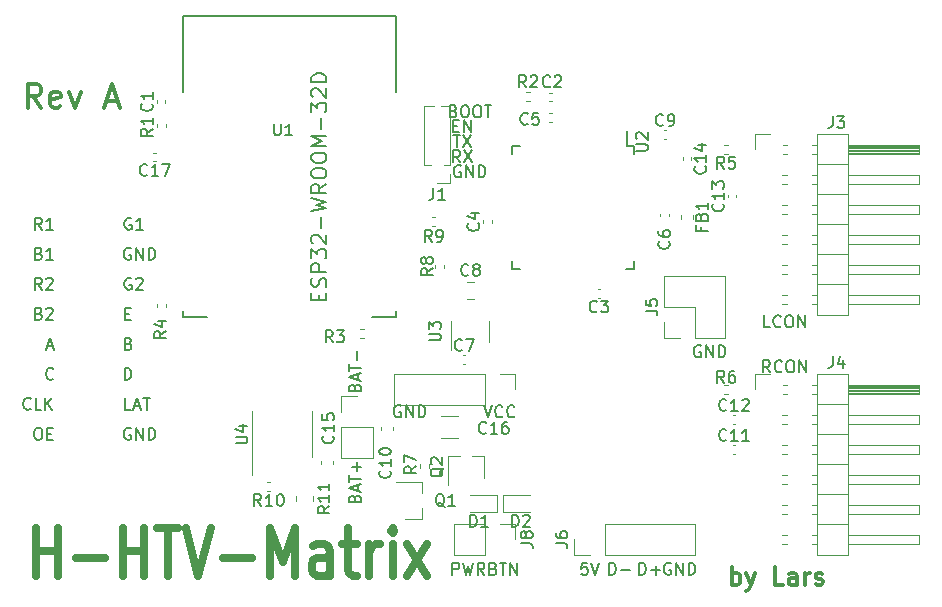
<source format=gbr>
%TF.GenerationSoftware,KiCad,Pcbnew,5.1.10-88a1d61d58~88~ubuntu18.04.1*%
%TF.CreationDate,2021-08-17T21:06:29+02:00*%
%TF.ProjectId,Mainboard,4d61696e-626f-4617-9264-2e6b69636164,rev?*%
%TF.SameCoordinates,Original*%
%TF.FileFunction,Legend,Top*%
%TF.FilePolarity,Positive*%
%FSLAX46Y46*%
G04 Gerber Fmt 4.6, Leading zero omitted, Abs format (unit mm)*
G04 Created by KiCad (PCBNEW 5.1.10-88a1d61d58~88~ubuntu18.04.1) date 2021-08-17 21:06:30*
%MOMM*%
%LPD*%
G01*
G04 APERTURE LIST*
%ADD10C,0.150000*%
%ADD11C,0.300000*%
%ADD12C,0.700000*%
%ADD13C,0.120000*%
%ADD14C,0.200000*%
G04 APERTURE END LIST*
D10*
X111974380Y-70572380D02*
X112164857Y-70572380D01*
X112260095Y-70620000D01*
X112355333Y-70715238D01*
X112402952Y-70905714D01*
X112402952Y-71239047D01*
X112355333Y-71429523D01*
X112260095Y-71524761D01*
X112164857Y-71572380D01*
X111974380Y-71572380D01*
X111879142Y-71524761D01*
X111783904Y-71429523D01*
X111736285Y-71239047D01*
X111736285Y-70905714D01*
X111783904Y-70715238D01*
X111879142Y-70620000D01*
X111974380Y-70572380D01*
X112831523Y-71048571D02*
X113164857Y-71048571D01*
X113307714Y-71572380D02*
X112831523Y-71572380D01*
X112831523Y-70572380D01*
X113307714Y-70572380D01*
X111418761Y-68937142D02*
X111371142Y-68984761D01*
X111228285Y-69032380D01*
X111133047Y-69032380D01*
X110990190Y-68984761D01*
X110894952Y-68889523D01*
X110847333Y-68794285D01*
X110799714Y-68603809D01*
X110799714Y-68460952D01*
X110847333Y-68270476D01*
X110894952Y-68175238D01*
X110990190Y-68080000D01*
X111133047Y-68032380D01*
X111228285Y-68032380D01*
X111371142Y-68080000D01*
X111418761Y-68127619D01*
X112323523Y-69032380D02*
X111847333Y-69032380D01*
X111847333Y-68032380D01*
X112656857Y-69032380D02*
X112656857Y-68032380D01*
X113228285Y-69032380D02*
X112799714Y-68460952D01*
X113228285Y-68032380D02*
X112656857Y-68603809D01*
X113339523Y-66397142D02*
X113291904Y-66444761D01*
X113149047Y-66492380D01*
X113053809Y-66492380D01*
X112910952Y-66444761D01*
X112815714Y-66349523D01*
X112768095Y-66254285D01*
X112720476Y-66063809D01*
X112720476Y-65920952D01*
X112768095Y-65730476D01*
X112815714Y-65635238D01*
X112910952Y-65540000D01*
X113053809Y-65492380D01*
X113149047Y-65492380D01*
X113291904Y-65540000D01*
X113339523Y-65587619D01*
X112791904Y-63666666D02*
X113268095Y-63666666D01*
X112696666Y-63952380D02*
X113030000Y-62952380D01*
X113363333Y-63952380D01*
X112117238Y-60888571D02*
X112260095Y-60936190D01*
X112307714Y-60983809D01*
X112355333Y-61079047D01*
X112355333Y-61221904D01*
X112307714Y-61317142D01*
X112260095Y-61364761D01*
X112164857Y-61412380D01*
X111783904Y-61412380D01*
X111783904Y-60412380D01*
X112117238Y-60412380D01*
X112212476Y-60460000D01*
X112260095Y-60507619D01*
X112307714Y-60602857D01*
X112307714Y-60698095D01*
X112260095Y-60793333D01*
X112212476Y-60840952D01*
X112117238Y-60888571D01*
X111783904Y-60888571D01*
X112736285Y-60507619D02*
X112783904Y-60460000D01*
X112879142Y-60412380D01*
X113117238Y-60412380D01*
X113212476Y-60460000D01*
X113260095Y-60507619D01*
X113307714Y-60602857D01*
X113307714Y-60698095D01*
X113260095Y-60840952D01*
X112688666Y-61412380D01*
X113307714Y-61412380D01*
X112355333Y-58872380D02*
X112022000Y-58396190D01*
X111783904Y-58872380D02*
X111783904Y-57872380D01*
X112164857Y-57872380D01*
X112260095Y-57920000D01*
X112307714Y-57967619D01*
X112355333Y-58062857D01*
X112355333Y-58205714D01*
X112307714Y-58300952D01*
X112260095Y-58348571D01*
X112164857Y-58396190D01*
X111783904Y-58396190D01*
X112736285Y-57967619D02*
X112783904Y-57920000D01*
X112879142Y-57872380D01*
X113117238Y-57872380D01*
X113212476Y-57920000D01*
X113260095Y-57967619D01*
X113307714Y-58062857D01*
X113307714Y-58158095D01*
X113260095Y-58300952D01*
X112688666Y-58872380D01*
X113307714Y-58872380D01*
X112117238Y-55808571D02*
X112260095Y-55856190D01*
X112307714Y-55903809D01*
X112355333Y-55999047D01*
X112355333Y-56141904D01*
X112307714Y-56237142D01*
X112260095Y-56284761D01*
X112164857Y-56332380D01*
X111783904Y-56332380D01*
X111783904Y-55332380D01*
X112117238Y-55332380D01*
X112212476Y-55380000D01*
X112260095Y-55427619D01*
X112307714Y-55522857D01*
X112307714Y-55618095D01*
X112260095Y-55713333D01*
X112212476Y-55760952D01*
X112117238Y-55808571D01*
X111783904Y-55808571D01*
X113307714Y-56332380D02*
X112736285Y-56332380D01*
X113022000Y-56332380D02*
X113022000Y-55332380D01*
X112926761Y-55475238D01*
X112831523Y-55570476D01*
X112736285Y-55618095D01*
X112355333Y-53792380D02*
X112022000Y-53316190D01*
X111783904Y-53792380D02*
X111783904Y-52792380D01*
X112164857Y-52792380D01*
X112260095Y-52840000D01*
X112307714Y-52887619D01*
X112355333Y-52982857D01*
X112355333Y-53125714D01*
X112307714Y-53220952D01*
X112260095Y-53268571D01*
X112164857Y-53316190D01*
X111783904Y-53316190D01*
X113307714Y-53792380D02*
X112736285Y-53792380D01*
X113022000Y-53792380D02*
X113022000Y-52792380D01*
X112926761Y-52935238D01*
X112831523Y-53030476D01*
X112736285Y-53078095D01*
X119927714Y-52840000D02*
X119832476Y-52792380D01*
X119689619Y-52792380D01*
X119546761Y-52840000D01*
X119451523Y-52935238D01*
X119403904Y-53030476D01*
X119356285Y-53220952D01*
X119356285Y-53363809D01*
X119403904Y-53554285D01*
X119451523Y-53649523D01*
X119546761Y-53744761D01*
X119689619Y-53792380D01*
X119784857Y-53792380D01*
X119927714Y-53744761D01*
X119975333Y-53697142D01*
X119975333Y-53363809D01*
X119784857Y-53363809D01*
X120927714Y-53792380D02*
X120356285Y-53792380D01*
X120642000Y-53792380D02*
X120642000Y-52792380D01*
X120546761Y-52935238D01*
X120451523Y-53030476D01*
X120356285Y-53078095D01*
X119888095Y-55380000D02*
X119792857Y-55332380D01*
X119650000Y-55332380D01*
X119507142Y-55380000D01*
X119411904Y-55475238D01*
X119364285Y-55570476D01*
X119316666Y-55760952D01*
X119316666Y-55903809D01*
X119364285Y-56094285D01*
X119411904Y-56189523D01*
X119507142Y-56284761D01*
X119650000Y-56332380D01*
X119745238Y-56332380D01*
X119888095Y-56284761D01*
X119935714Y-56237142D01*
X119935714Y-55903809D01*
X119745238Y-55903809D01*
X120364285Y-56332380D02*
X120364285Y-55332380D01*
X120935714Y-56332380D01*
X120935714Y-55332380D01*
X121411904Y-56332380D02*
X121411904Y-55332380D01*
X121650000Y-55332380D01*
X121792857Y-55380000D01*
X121888095Y-55475238D01*
X121935714Y-55570476D01*
X121983333Y-55760952D01*
X121983333Y-55903809D01*
X121935714Y-56094285D01*
X121888095Y-56189523D01*
X121792857Y-56284761D01*
X121650000Y-56332380D01*
X121411904Y-56332380D01*
X119927714Y-57920000D02*
X119832476Y-57872380D01*
X119689619Y-57872380D01*
X119546761Y-57920000D01*
X119451523Y-58015238D01*
X119403904Y-58110476D01*
X119356285Y-58300952D01*
X119356285Y-58443809D01*
X119403904Y-58634285D01*
X119451523Y-58729523D01*
X119546761Y-58824761D01*
X119689619Y-58872380D01*
X119784857Y-58872380D01*
X119927714Y-58824761D01*
X119975333Y-58777142D01*
X119975333Y-58443809D01*
X119784857Y-58443809D01*
X120356285Y-57967619D02*
X120403904Y-57920000D01*
X120499142Y-57872380D01*
X120737238Y-57872380D01*
X120832476Y-57920000D01*
X120880095Y-57967619D01*
X120927714Y-58062857D01*
X120927714Y-58158095D01*
X120880095Y-58300952D01*
X120308666Y-58872380D01*
X120927714Y-58872380D01*
X119419714Y-60888571D02*
X119753047Y-60888571D01*
X119895904Y-61412380D02*
X119419714Y-61412380D01*
X119419714Y-60412380D01*
X119895904Y-60412380D01*
X119705428Y-63428571D02*
X119848285Y-63476190D01*
X119895904Y-63523809D01*
X119943523Y-63619047D01*
X119943523Y-63761904D01*
X119895904Y-63857142D01*
X119848285Y-63904761D01*
X119753047Y-63952380D01*
X119372095Y-63952380D01*
X119372095Y-62952380D01*
X119705428Y-62952380D01*
X119800666Y-63000000D01*
X119848285Y-63047619D01*
X119895904Y-63142857D01*
X119895904Y-63238095D01*
X119848285Y-63333333D01*
X119800666Y-63380952D01*
X119705428Y-63428571D01*
X119372095Y-63428571D01*
X119372095Y-66492380D02*
X119372095Y-65492380D01*
X119610190Y-65492380D01*
X119753047Y-65540000D01*
X119848285Y-65635238D01*
X119895904Y-65730476D01*
X119943523Y-65920952D01*
X119943523Y-66063809D01*
X119895904Y-66254285D01*
X119848285Y-66349523D01*
X119753047Y-66444761D01*
X119610190Y-66492380D01*
X119372095Y-66492380D01*
X119896000Y-69032380D02*
X119419809Y-69032380D01*
X119419809Y-68032380D01*
X120181714Y-68746666D02*
X120657904Y-68746666D01*
X120086476Y-69032380D02*
X120419809Y-68032380D01*
X120753142Y-69032380D01*
X120943619Y-68032380D02*
X121515047Y-68032380D01*
X121229333Y-69032380D02*
X121229333Y-68032380D01*
X119888095Y-70620000D02*
X119792857Y-70572380D01*
X119650000Y-70572380D01*
X119507142Y-70620000D01*
X119411904Y-70715238D01*
X119364285Y-70810476D01*
X119316666Y-71000952D01*
X119316666Y-71143809D01*
X119364285Y-71334285D01*
X119411904Y-71429523D01*
X119507142Y-71524761D01*
X119650000Y-71572380D01*
X119745238Y-71572380D01*
X119888095Y-71524761D01*
X119935714Y-71477142D01*
X119935714Y-71143809D01*
X119745238Y-71143809D01*
X120364285Y-71572380D02*
X120364285Y-70572380D01*
X120935714Y-71572380D01*
X120935714Y-70572380D01*
X121411904Y-71572380D02*
X121411904Y-70572380D01*
X121650000Y-70572380D01*
X121792857Y-70620000D01*
X121888095Y-70715238D01*
X121935714Y-70810476D01*
X121983333Y-71000952D01*
X121983333Y-71143809D01*
X121935714Y-71334285D01*
X121888095Y-71429523D01*
X121792857Y-71524761D01*
X121650000Y-71572380D01*
X121411904Y-71572380D01*
D11*
X112315952Y-43449761D02*
X111649285Y-42497380D01*
X111173095Y-43449761D02*
X111173095Y-41449761D01*
X111935000Y-41449761D01*
X112125476Y-41545000D01*
X112220714Y-41640238D01*
X112315952Y-41830714D01*
X112315952Y-42116428D01*
X112220714Y-42306904D01*
X112125476Y-42402142D01*
X111935000Y-42497380D01*
X111173095Y-42497380D01*
X113935000Y-43354523D02*
X113744523Y-43449761D01*
X113363571Y-43449761D01*
X113173095Y-43354523D01*
X113077857Y-43164047D01*
X113077857Y-42402142D01*
X113173095Y-42211666D01*
X113363571Y-42116428D01*
X113744523Y-42116428D01*
X113935000Y-42211666D01*
X114030238Y-42402142D01*
X114030238Y-42592619D01*
X113077857Y-42783095D01*
X114696904Y-42116428D02*
X115173095Y-43449761D01*
X115649285Y-42116428D01*
X117839761Y-42878333D02*
X118792142Y-42878333D01*
X117649285Y-43449761D02*
X118315952Y-41449761D01*
X118982619Y-43449761D01*
X170803571Y-83863571D02*
X170803571Y-82363571D01*
X170803571Y-82935000D02*
X170946428Y-82863571D01*
X171232142Y-82863571D01*
X171375000Y-82935000D01*
X171446428Y-83006428D01*
X171517857Y-83149285D01*
X171517857Y-83577857D01*
X171446428Y-83720714D01*
X171375000Y-83792142D01*
X171232142Y-83863571D01*
X170946428Y-83863571D01*
X170803571Y-83792142D01*
X172017857Y-82863571D02*
X172375000Y-83863571D01*
X172732142Y-82863571D02*
X172375000Y-83863571D01*
X172232142Y-84220714D01*
X172160714Y-84292142D01*
X172017857Y-84363571D01*
X175160714Y-83863571D02*
X174446428Y-83863571D01*
X174446428Y-82363571D01*
X176303571Y-83863571D02*
X176303571Y-83077857D01*
X176232142Y-82935000D01*
X176089285Y-82863571D01*
X175803571Y-82863571D01*
X175660714Y-82935000D01*
X176303571Y-83792142D02*
X176160714Y-83863571D01*
X175803571Y-83863571D01*
X175660714Y-83792142D01*
X175589285Y-83649285D01*
X175589285Y-83506428D01*
X175660714Y-83363571D01*
X175803571Y-83292142D01*
X176160714Y-83292142D01*
X176303571Y-83220714D01*
X177017857Y-83863571D02*
X177017857Y-82863571D01*
X177017857Y-83149285D02*
X177089285Y-83006428D01*
X177160714Y-82935000D01*
X177303571Y-82863571D01*
X177446428Y-82863571D01*
X177875000Y-83792142D02*
X178017857Y-83863571D01*
X178303571Y-83863571D01*
X178446428Y-83792142D01*
X178517857Y-83649285D01*
X178517857Y-83577857D01*
X178446428Y-83435000D01*
X178303571Y-83363571D01*
X178089285Y-83363571D01*
X177946428Y-83292142D01*
X177875000Y-83149285D01*
X177875000Y-83077857D01*
X177946428Y-82935000D01*
X178089285Y-82863571D01*
X178303571Y-82863571D01*
X178446428Y-82935000D01*
D12*
X111889047Y-83089523D02*
X111889047Y-79089523D01*
X111889047Y-80994285D02*
X113717619Y-80994285D01*
X113717619Y-83089523D02*
X113717619Y-79089523D01*
X115241428Y-81565714D02*
X117679523Y-81565714D01*
X119203333Y-83089523D02*
X119203333Y-79089523D01*
X119203333Y-80994285D02*
X121031904Y-80994285D01*
X121031904Y-83089523D02*
X121031904Y-79089523D01*
X122098571Y-79089523D02*
X123927142Y-79089523D01*
X123012857Y-83089523D02*
X123012857Y-79089523D01*
X124536666Y-79089523D02*
X125603333Y-83089523D01*
X126670000Y-79089523D01*
X127736666Y-81565714D02*
X130174761Y-81565714D01*
X131698571Y-83089523D02*
X131698571Y-79089523D01*
X132765238Y-81946666D01*
X133831904Y-79089523D01*
X133831904Y-83089523D01*
X136727142Y-83089523D02*
X136727142Y-80994285D01*
X136574761Y-80613333D01*
X136270000Y-80422857D01*
X135660476Y-80422857D01*
X135355714Y-80613333D01*
X136727142Y-82899047D02*
X136422380Y-83089523D01*
X135660476Y-83089523D01*
X135355714Y-82899047D01*
X135203333Y-82518095D01*
X135203333Y-82137142D01*
X135355714Y-81756190D01*
X135660476Y-81565714D01*
X136422380Y-81565714D01*
X136727142Y-81375238D01*
X137793809Y-80422857D02*
X139012857Y-80422857D01*
X138250952Y-79089523D02*
X138250952Y-82518095D01*
X138403333Y-82899047D01*
X138708095Y-83089523D01*
X139012857Y-83089523D01*
X140079523Y-83089523D02*
X140079523Y-80422857D01*
X140079523Y-81184761D02*
X140231904Y-80803809D01*
X140384285Y-80613333D01*
X140689047Y-80422857D01*
X140993809Y-80422857D01*
X142060476Y-83089523D02*
X142060476Y-80422857D01*
X142060476Y-79089523D02*
X141908095Y-79280000D01*
X142060476Y-79470476D01*
X142212857Y-79280000D01*
X142060476Y-79089523D01*
X142060476Y-79470476D01*
X143279523Y-83089523D02*
X144955714Y-80422857D01*
X143279523Y-80422857D02*
X144955714Y-83089523D01*
D10*
X174021904Y-62047380D02*
X173545714Y-62047380D01*
X173545714Y-61047380D01*
X174926666Y-61952142D02*
X174879047Y-61999761D01*
X174736190Y-62047380D01*
X174640952Y-62047380D01*
X174498095Y-61999761D01*
X174402857Y-61904523D01*
X174355238Y-61809285D01*
X174307619Y-61618809D01*
X174307619Y-61475952D01*
X174355238Y-61285476D01*
X174402857Y-61190238D01*
X174498095Y-61095000D01*
X174640952Y-61047380D01*
X174736190Y-61047380D01*
X174879047Y-61095000D01*
X174926666Y-61142619D01*
X175545714Y-61047380D02*
X175736190Y-61047380D01*
X175831428Y-61095000D01*
X175926666Y-61190238D01*
X175974285Y-61380714D01*
X175974285Y-61714047D01*
X175926666Y-61904523D01*
X175831428Y-61999761D01*
X175736190Y-62047380D01*
X175545714Y-62047380D01*
X175450476Y-61999761D01*
X175355238Y-61904523D01*
X175307619Y-61714047D01*
X175307619Y-61380714D01*
X175355238Y-61190238D01*
X175450476Y-61095000D01*
X175545714Y-61047380D01*
X176402857Y-62047380D02*
X176402857Y-61047380D01*
X176974285Y-62047380D01*
X176974285Y-61047380D01*
X174021904Y-65857380D02*
X173688571Y-65381190D01*
X173450476Y-65857380D02*
X173450476Y-64857380D01*
X173831428Y-64857380D01*
X173926666Y-64905000D01*
X173974285Y-64952619D01*
X174021904Y-65047857D01*
X174021904Y-65190714D01*
X173974285Y-65285952D01*
X173926666Y-65333571D01*
X173831428Y-65381190D01*
X173450476Y-65381190D01*
X175021904Y-65762142D02*
X174974285Y-65809761D01*
X174831428Y-65857380D01*
X174736190Y-65857380D01*
X174593333Y-65809761D01*
X174498095Y-65714523D01*
X174450476Y-65619285D01*
X174402857Y-65428809D01*
X174402857Y-65285952D01*
X174450476Y-65095476D01*
X174498095Y-65000238D01*
X174593333Y-64905000D01*
X174736190Y-64857380D01*
X174831428Y-64857380D01*
X174974285Y-64905000D01*
X175021904Y-64952619D01*
X175640952Y-64857380D02*
X175831428Y-64857380D01*
X175926666Y-64905000D01*
X176021904Y-65000238D01*
X176069523Y-65190714D01*
X176069523Y-65524047D01*
X176021904Y-65714523D01*
X175926666Y-65809761D01*
X175831428Y-65857380D01*
X175640952Y-65857380D01*
X175545714Y-65809761D01*
X175450476Y-65714523D01*
X175402857Y-65524047D01*
X175402857Y-65190714D01*
X175450476Y-65000238D01*
X175545714Y-64905000D01*
X175640952Y-64857380D01*
X176498095Y-65857380D02*
X176498095Y-64857380D01*
X177069523Y-65857380D01*
X177069523Y-64857380D01*
X149796666Y-68667380D02*
X150130000Y-69667380D01*
X150463333Y-68667380D01*
X151368095Y-69572142D02*
X151320476Y-69619761D01*
X151177619Y-69667380D01*
X151082380Y-69667380D01*
X150939523Y-69619761D01*
X150844285Y-69524523D01*
X150796666Y-69429285D01*
X150749047Y-69238809D01*
X150749047Y-69095952D01*
X150796666Y-68905476D01*
X150844285Y-68810238D01*
X150939523Y-68715000D01*
X151082380Y-68667380D01*
X151177619Y-68667380D01*
X151320476Y-68715000D01*
X151368095Y-68762619D01*
X152368095Y-69572142D02*
X152320476Y-69619761D01*
X152177619Y-69667380D01*
X152082380Y-69667380D01*
X151939523Y-69619761D01*
X151844285Y-69524523D01*
X151796666Y-69429285D01*
X151749047Y-69238809D01*
X151749047Y-69095952D01*
X151796666Y-68905476D01*
X151844285Y-68810238D01*
X151939523Y-68715000D01*
X152082380Y-68667380D01*
X152177619Y-68667380D01*
X152320476Y-68715000D01*
X152368095Y-68762619D01*
X142748095Y-68715000D02*
X142652857Y-68667380D01*
X142510000Y-68667380D01*
X142367142Y-68715000D01*
X142271904Y-68810238D01*
X142224285Y-68905476D01*
X142176666Y-69095952D01*
X142176666Y-69238809D01*
X142224285Y-69429285D01*
X142271904Y-69524523D01*
X142367142Y-69619761D01*
X142510000Y-69667380D01*
X142605238Y-69667380D01*
X142748095Y-69619761D01*
X142795714Y-69572142D01*
X142795714Y-69238809D01*
X142605238Y-69238809D01*
X143224285Y-69667380D02*
X143224285Y-68667380D01*
X143795714Y-69667380D01*
X143795714Y-68667380D01*
X144271904Y-69667380D02*
X144271904Y-68667380D01*
X144510000Y-68667380D01*
X144652857Y-68715000D01*
X144748095Y-68810238D01*
X144795714Y-68905476D01*
X144843333Y-69095952D01*
X144843333Y-69238809D01*
X144795714Y-69429285D01*
X144748095Y-69524523D01*
X144652857Y-69619761D01*
X144510000Y-69667380D01*
X144271904Y-69667380D01*
X138866571Y-67143142D02*
X138914190Y-67000285D01*
X138961809Y-66952666D01*
X139057047Y-66905047D01*
X139199904Y-66905047D01*
X139295142Y-66952666D01*
X139342761Y-67000285D01*
X139390380Y-67095523D01*
X139390380Y-67476476D01*
X138390380Y-67476476D01*
X138390380Y-67143142D01*
X138438000Y-67047904D01*
X138485619Y-67000285D01*
X138580857Y-66952666D01*
X138676095Y-66952666D01*
X138771333Y-67000285D01*
X138818952Y-67047904D01*
X138866571Y-67143142D01*
X138866571Y-67476476D01*
X139104666Y-66524095D02*
X139104666Y-66047904D01*
X139390380Y-66619333D02*
X138390380Y-66286000D01*
X139390380Y-65952666D01*
X138390380Y-65762190D02*
X138390380Y-65190761D01*
X139390380Y-65476476D02*
X138390380Y-65476476D01*
X139009428Y-64857428D02*
X139009428Y-64095523D01*
X138866571Y-76541142D02*
X138914190Y-76398285D01*
X138961809Y-76350666D01*
X139057047Y-76303047D01*
X139199904Y-76303047D01*
X139295142Y-76350666D01*
X139342761Y-76398285D01*
X139390380Y-76493523D01*
X139390380Y-76874476D01*
X138390380Y-76874476D01*
X138390380Y-76541142D01*
X138438000Y-76445904D01*
X138485619Y-76398285D01*
X138580857Y-76350666D01*
X138676095Y-76350666D01*
X138771333Y-76398285D01*
X138818952Y-76445904D01*
X138866571Y-76541142D01*
X138866571Y-76874476D01*
X139104666Y-75922095D02*
X139104666Y-75445904D01*
X139390380Y-76017333D02*
X138390380Y-75684000D01*
X139390380Y-75350666D01*
X138390380Y-75160190D02*
X138390380Y-74588761D01*
X139390380Y-74874476D02*
X138390380Y-74874476D01*
X139009428Y-74255428D02*
X139009428Y-73493523D01*
X139390380Y-73874476D02*
X138628476Y-73874476D01*
X147121904Y-83002380D02*
X147121904Y-82002380D01*
X147502857Y-82002380D01*
X147598095Y-82050000D01*
X147645714Y-82097619D01*
X147693333Y-82192857D01*
X147693333Y-82335714D01*
X147645714Y-82430952D01*
X147598095Y-82478571D01*
X147502857Y-82526190D01*
X147121904Y-82526190D01*
X148026666Y-82002380D02*
X148264761Y-83002380D01*
X148455238Y-82288095D01*
X148645714Y-83002380D01*
X148883809Y-82002380D01*
X149836190Y-83002380D02*
X149502857Y-82526190D01*
X149264761Y-83002380D02*
X149264761Y-82002380D01*
X149645714Y-82002380D01*
X149740952Y-82050000D01*
X149788571Y-82097619D01*
X149836190Y-82192857D01*
X149836190Y-82335714D01*
X149788571Y-82430952D01*
X149740952Y-82478571D01*
X149645714Y-82526190D01*
X149264761Y-82526190D01*
X150598095Y-82478571D02*
X150740952Y-82526190D01*
X150788571Y-82573809D01*
X150836190Y-82669047D01*
X150836190Y-82811904D01*
X150788571Y-82907142D01*
X150740952Y-82954761D01*
X150645714Y-83002380D01*
X150264761Y-83002380D01*
X150264761Y-82002380D01*
X150598095Y-82002380D01*
X150693333Y-82050000D01*
X150740952Y-82097619D01*
X150788571Y-82192857D01*
X150788571Y-82288095D01*
X150740952Y-82383333D01*
X150693333Y-82430952D01*
X150598095Y-82478571D01*
X150264761Y-82478571D01*
X151121904Y-82002380D02*
X151693333Y-82002380D01*
X151407619Y-83002380D02*
X151407619Y-82002380D01*
X152026666Y-83002380D02*
X152026666Y-82002380D01*
X152598095Y-83002380D01*
X152598095Y-82002380D01*
X160409047Y-83002380D02*
X160409047Y-82002380D01*
X160647142Y-82002380D01*
X160790000Y-82050000D01*
X160885238Y-82145238D01*
X160932857Y-82240476D01*
X160980476Y-82430952D01*
X160980476Y-82573809D01*
X160932857Y-82764285D01*
X160885238Y-82859523D01*
X160790000Y-82954761D01*
X160647142Y-83002380D01*
X160409047Y-83002380D01*
X161409047Y-82621428D02*
X162170952Y-82621428D01*
X162949047Y-83002380D02*
X162949047Y-82002380D01*
X163187142Y-82002380D01*
X163330000Y-82050000D01*
X163425238Y-82145238D01*
X163472857Y-82240476D01*
X163520476Y-82430952D01*
X163520476Y-82573809D01*
X163472857Y-82764285D01*
X163425238Y-82859523D01*
X163330000Y-82954761D01*
X163187142Y-83002380D01*
X162949047Y-83002380D01*
X163949047Y-82621428D02*
X164710952Y-82621428D01*
X164330000Y-83002380D02*
X164330000Y-82240476D01*
X165608095Y-82050000D02*
X165512857Y-82002380D01*
X165370000Y-82002380D01*
X165227142Y-82050000D01*
X165131904Y-82145238D01*
X165084285Y-82240476D01*
X165036666Y-82430952D01*
X165036666Y-82573809D01*
X165084285Y-82764285D01*
X165131904Y-82859523D01*
X165227142Y-82954761D01*
X165370000Y-83002380D01*
X165465238Y-83002380D01*
X165608095Y-82954761D01*
X165655714Y-82907142D01*
X165655714Y-82573809D01*
X165465238Y-82573809D01*
X166084285Y-83002380D02*
X166084285Y-82002380D01*
X166655714Y-83002380D01*
X166655714Y-82002380D01*
X167131904Y-83002380D02*
X167131904Y-82002380D01*
X167370000Y-82002380D01*
X167512857Y-82050000D01*
X167608095Y-82145238D01*
X167655714Y-82240476D01*
X167703333Y-82430952D01*
X167703333Y-82573809D01*
X167655714Y-82764285D01*
X167608095Y-82859523D01*
X167512857Y-82954761D01*
X167370000Y-83002380D01*
X167131904Y-83002380D01*
X158559523Y-82002380D02*
X158083333Y-82002380D01*
X158035714Y-82478571D01*
X158083333Y-82430952D01*
X158178571Y-82383333D01*
X158416666Y-82383333D01*
X158511904Y-82430952D01*
X158559523Y-82478571D01*
X158607142Y-82573809D01*
X158607142Y-82811904D01*
X158559523Y-82907142D01*
X158511904Y-82954761D01*
X158416666Y-83002380D01*
X158178571Y-83002380D01*
X158083333Y-82954761D01*
X158035714Y-82907142D01*
X158892857Y-82002380D02*
X159226190Y-83002380D01*
X159559523Y-82002380D01*
X147232857Y-43743571D02*
X147375714Y-43791190D01*
X147423333Y-43838809D01*
X147470952Y-43934047D01*
X147470952Y-44076904D01*
X147423333Y-44172142D01*
X147375714Y-44219761D01*
X147280476Y-44267380D01*
X146899523Y-44267380D01*
X146899523Y-43267380D01*
X147232857Y-43267380D01*
X147328095Y-43315000D01*
X147375714Y-43362619D01*
X147423333Y-43457857D01*
X147423333Y-43553095D01*
X147375714Y-43648333D01*
X147328095Y-43695952D01*
X147232857Y-43743571D01*
X146899523Y-43743571D01*
X148090000Y-43267380D02*
X148280476Y-43267380D01*
X148375714Y-43315000D01*
X148470952Y-43410238D01*
X148518571Y-43600714D01*
X148518571Y-43934047D01*
X148470952Y-44124523D01*
X148375714Y-44219761D01*
X148280476Y-44267380D01*
X148090000Y-44267380D01*
X147994761Y-44219761D01*
X147899523Y-44124523D01*
X147851904Y-43934047D01*
X147851904Y-43600714D01*
X147899523Y-43410238D01*
X147994761Y-43315000D01*
X148090000Y-43267380D01*
X149137619Y-43267380D02*
X149328095Y-43267380D01*
X149423333Y-43315000D01*
X149518571Y-43410238D01*
X149566190Y-43600714D01*
X149566190Y-43934047D01*
X149518571Y-44124523D01*
X149423333Y-44219761D01*
X149328095Y-44267380D01*
X149137619Y-44267380D01*
X149042380Y-44219761D01*
X148947142Y-44124523D01*
X148899523Y-43934047D01*
X148899523Y-43600714D01*
X148947142Y-43410238D01*
X149042380Y-43315000D01*
X149137619Y-43267380D01*
X149851904Y-43267380D02*
X150423333Y-43267380D01*
X150137619Y-44267380D02*
X150137619Y-43267380D01*
X147216904Y-45013571D02*
X147550238Y-45013571D01*
X147693095Y-45537380D02*
X147216904Y-45537380D01*
X147216904Y-44537380D01*
X147693095Y-44537380D01*
X148121666Y-45537380D02*
X148121666Y-44537380D01*
X148693095Y-45537380D01*
X148693095Y-44537380D01*
X147193095Y-45807380D02*
X147764523Y-45807380D01*
X147478809Y-46807380D02*
X147478809Y-45807380D01*
X148002619Y-45807380D02*
X148669285Y-46807380D01*
X148669285Y-45807380D02*
X148002619Y-46807380D01*
X147788333Y-48077380D02*
X147455000Y-47601190D01*
X147216904Y-48077380D02*
X147216904Y-47077380D01*
X147597857Y-47077380D01*
X147693095Y-47125000D01*
X147740714Y-47172619D01*
X147788333Y-47267857D01*
X147788333Y-47410714D01*
X147740714Y-47505952D01*
X147693095Y-47553571D01*
X147597857Y-47601190D01*
X147216904Y-47601190D01*
X148121666Y-47077380D02*
X148788333Y-48077380D01*
X148788333Y-47077380D02*
X148121666Y-48077380D01*
X147828095Y-48395000D02*
X147732857Y-48347380D01*
X147590000Y-48347380D01*
X147447142Y-48395000D01*
X147351904Y-48490238D01*
X147304285Y-48585476D01*
X147256666Y-48775952D01*
X147256666Y-48918809D01*
X147304285Y-49109285D01*
X147351904Y-49204523D01*
X147447142Y-49299761D01*
X147590000Y-49347380D01*
X147685238Y-49347380D01*
X147828095Y-49299761D01*
X147875714Y-49252142D01*
X147875714Y-48918809D01*
X147685238Y-48918809D01*
X148304285Y-49347380D02*
X148304285Y-48347380D01*
X148875714Y-49347380D01*
X148875714Y-48347380D01*
X149351904Y-49347380D02*
X149351904Y-48347380D01*
X149590000Y-48347380D01*
X149732857Y-48395000D01*
X149828095Y-48490238D01*
X149875714Y-48585476D01*
X149923333Y-48775952D01*
X149923333Y-48918809D01*
X149875714Y-49109285D01*
X149828095Y-49204523D01*
X149732857Y-49299761D01*
X149590000Y-49347380D01*
X149351904Y-49347380D01*
X168148095Y-63635000D02*
X168052857Y-63587380D01*
X167910000Y-63587380D01*
X167767142Y-63635000D01*
X167671904Y-63730238D01*
X167624285Y-63825476D01*
X167576666Y-64015952D01*
X167576666Y-64158809D01*
X167624285Y-64349285D01*
X167671904Y-64444523D01*
X167767142Y-64539761D01*
X167910000Y-64587380D01*
X168005238Y-64587380D01*
X168148095Y-64539761D01*
X168195714Y-64492142D01*
X168195714Y-64158809D01*
X168005238Y-64158809D01*
X168624285Y-64587380D02*
X168624285Y-63587380D01*
X169195714Y-64587380D01*
X169195714Y-63587380D01*
X169671904Y-64587380D02*
X169671904Y-63587380D01*
X169910000Y-63587380D01*
X170052857Y-63635000D01*
X170148095Y-63730238D01*
X170195714Y-63825476D01*
X170243333Y-64015952D01*
X170243333Y-64158809D01*
X170195714Y-64349285D01*
X170148095Y-64444523D01*
X170052857Y-64539761D01*
X169910000Y-64587380D01*
X169671904Y-64587380D01*
D13*
%TO.C,Q2*%
X146765000Y-72944000D02*
X146765000Y-75374000D01*
X146775000Y-72924000D02*
X147775000Y-72924000D01*
X149825000Y-72924000D02*
X149825000Y-74774000D01*
X148775000Y-72924000D02*
X149825000Y-72924000D01*
%TO.C,C8*%
X148394748Y-59663000D02*
X148917252Y-59663000D01*
X148394748Y-58193000D02*
X148917252Y-58193000D01*
%TO.C,C17*%
X122027836Y-47985000D02*
X121812164Y-47985000D01*
X122027836Y-47265000D02*
X121812164Y-47265000D01*
%TO.C,C16*%
X147601252Y-71395000D02*
X146178748Y-71395000D01*
X147601252Y-69575000D02*
X146178748Y-69575000D01*
%TO.C,C15*%
X136015000Y-73660580D02*
X136015000Y-73379420D01*
X137035000Y-73660580D02*
X137035000Y-73379420D01*
%TO.C,R11*%
X135355000Y-76330436D02*
X135355000Y-76784564D01*
X133885000Y-76330436D02*
X133885000Y-76784564D01*
%TO.C,U4*%
X135275000Y-71120000D02*
X135275000Y-69170000D01*
X135275000Y-71120000D02*
X135275000Y-73070000D01*
X130155000Y-71120000D02*
X130155000Y-69170000D01*
X130155000Y-71120000D02*
X130155000Y-74570000D01*
%TO.C,C14*%
X167365000Y-47672164D02*
X167365000Y-47887836D01*
X166645000Y-47672164D02*
X166645000Y-47887836D01*
%TO.C,C13*%
X170455000Y-51062836D02*
X170455000Y-50847164D01*
X171175000Y-51062836D02*
X171175000Y-50847164D01*
%TO.C,C12*%
X170862164Y-69490000D02*
X171077836Y-69490000D01*
X170862164Y-70210000D02*
X171077836Y-70210000D01*
%TO.C,C11*%
X170862164Y-72030000D02*
X171077836Y-72030000D01*
X170862164Y-72750000D02*
X171077836Y-72750000D01*
%TO.C,C10*%
X141095000Y-70765580D02*
X141095000Y-70484420D01*
X142115000Y-70765580D02*
X142115000Y-70484420D01*
%TO.C,R10*%
X131723641Y-75945000D02*
X131416359Y-75945000D01*
X131723641Y-75185000D02*
X131416359Y-75185000D01*
%TO.C,R9*%
X145388359Y-52706000D02*
X145695641Y-52706000D01*
X145388359Y-53466000D02*
X145695641Y-53466000D01*
%TO.C,R8*%
X146430000Y-56742359D02*
X146430000Y-57049641D01*
X145670000Y-56742359D02*
X145670000Y-57049641D01*
%TO.C,C9*%
X165020164Y-45360000D02*
X165235836Y-45360000D01*
X165020164Y-46080000D02*
X165235836Y-46080000D01*
%TO.C,U3*%
X150200000Y-63300000D02*
X150200000Y-61500000D01*
X146980000Y-61500000D02*
X146980000Y-63950000D01*
%TO.C,C7*%
X148002164Y-64410000D02*
X148217836Y-64410000D01*
X148002164Y-65130000D02*
X148217836Y-65130000D01*
%TO.C,J9*%
X142180000Y-65980000D02*
X142180000Y-68640000D01*
X149860000Y-65980000D02*
X142180000Y-65980000D01*
X149860000Y-68640000D02*
X142180000Y-68640000D01*
X149860000Y-65980000D02*
X149860000Y-68640000D01*
X151130000Y-65980000D02*
X152460000Y-65980000D01*
X152460000Y-65980000D02*
X152460000Y-67310000D01*
%TO.C,J8*%
X147260000Y-78680000D02*
X147260000Y-81340000D01*
X149860000Y-78680000D02*
X147260000Y-78680000D01*
X149860000Y-81340000D02*
X147260000Y-81340000D01*
X149860000Y-78680000D02*
X149860000Y-81340000D01*
X151130000Y-78680000D02*
X152460000Y-78680000D01*
X152460000Y-78680000D02*
X152460000Y-80010000D01*
%TO.C,J7*%
X137735000Y-73085000D02*
X140395000Y-73085000D01*
X137735000Y-70485000D02*
X137735000Y-73085000D01*
X140395000Y-70485000D02*
X140395000Y-73085000D01*
X137735000Y-70485000D02*
X140395000Y-70485000D01*
X137735000Y-69215000D02*
X137735000Y-67885000D01*
X137735000Y-67885000D02*
X139065000Y-67885000D01*
%TO.C,J6*%
X167700000Y-81340000D02*
X167700000Y-78680000D01*
X160020000Y-81340000D02*
X167700000Y-81340000D01*
X160020000Y-78680000D02*
X167700000Y-78680000D01*
X160020000Y-81340000D02*
X160020000Y-78680000D01*
X158750000Y-81340000D02*
X157420000Y-81340000D01*
X157420000Y-81340000D02*
X157420000Y-80010000D01*
%TO.C,Q1*%
X144540000Y-78288000D02*
X143080000Y-78288000D01*
X144540000Y-75128000D02*
X142380000Y-75128000D01*
X144540000Y-75128000D02*
X144540000Y-76058000D01*
X144540000Y-78288000D02*
X144540000Y-77358000D01*
%TO.C,R7*%
X145160000Y-73938641D02*
X145160000Y-73631359D01*
X144400000Y-73938641D02*
X144400000Y-73631359D01*
%TO.C,D2*%
X151397500Y-77697000D02*
X153682500Y-77697000D01*
X151397500Y-76227000D02*
X151397500Y-77697000D01*
X153682500Y-76227000D02*
X151397500Y-76227000D01*
%TO.C,D1*%
X150862500Y-76227000D02*
X148577500Y-76227000D01*
X150862500Y-77697000D02*
X150862500Y-76227000D01*
X148577500Y-77697000D02*
X150862500Y-77697000D01*
D14*
%TO.C,U1*%
X124350000Y-42165000D02*
X124350000Y-35665000D01*
X124350000Y-35665000D02*
X142350000Y-35665000D01*
X142350000Y-35665000D02*
X142350000Y-42165000D01*
X124350000Y-60665000D02*
X124350000Y-61165000D01*
X124350000Y-61165000D02*
X126350000Y-61165000D01*
X140350000Y-61165000D02*
X142350000Y-61165000D01*
X142350000Y-61165000D02*
X142350000Y-60665000D01*
D13*
%TO.C,J5*%
X165040000Y-62925000D02*
X165040000Y-61595000D01*
X166370000Y-62925000D02*
X165040000Y-62925000D01*
X165040000Y-60325000D02*
X165040000Y-57725000D01*
X167640000Y-60325000D02*
X165040000Y-60325000D01*
X167640000Y-62925000D02*
X167640000Y-60325000D01*
X165040000Y-57725000D02*
X170240000Y-57725000D01*
X167640000Y-62925000D02*
X170240000Y-62925000D01*
X170240000Y-62925000D02*
X170240000Y-57725000D01*
%TO.C,R6*%
X170458641Y-66930000D02*
X170151359Y-66930000D01*
X170458641Y-67690000D02*
X170151359Y-67690000D01*
%TO.C,R5*%
X170458641Y-46610000D02*
X170151359Y-46610000D01*
X170458641Y-47370000D02*
X170151359Y-47370000D01*
%TO.C,J4*%
X172720000Y-66040000D02*
X173990000Y-66040000D01*
X172720000Y-67310000D02*
X172720000Y-66040000D01*
X175032929Y-80390000D02*
X175487071Y-80390000D01*
X175032929Y-79630000D02*
X175487071Y-79630000D01*
X177572929Y-80390000D02*
X177970000Y-80390000D01*
X177572929Y-79630000D02*
X177970000Y-79630000D01*
X186630000Y-80390000D02*
X180630000Y-80390000D01*
X186630000Y-79630000D02*
X186630000Y-80390000D01*
X180630000Y-79630000D02*
X186630000Y-79630000D01*
X177970000Y-78740000D02*
X180630000Y-78740000D01*
X175032929Y-77850000D02*
X175487071Y-77850000D01*
X175032929Y-77090000D02*
X175487071Y-77090000D01*
X177572929Y-77850000D02*
X177970000Y-77850000D01*
X177572929Y-77090000D02*
X177970000Y-77090000D01*
X186630000Y-77850000D02*
X180630000Y-77850000D01*
X186630000Y-77090000D02*
X186630000Y-77850000D01*
X180630000Y-77090000D02*
X186630000Y-77090000D01*
X177970000Y-76200000D02*
X180630000Y-76200000D01*
X175032929Y-75310000D02*
X175487071Y-75310000D01*
X175032929Y-74550000D02*
X175487071Y-74550000D01*
X177572929Y-75310000D02*
X177970000Y-75310000D01*
X177572929Y-74550000D02*
X177970000Y-74550000D01*
X186630000Y-75310000D02*
X180630000Y-75310000D01*
X186630000Y-74550000D02*
X186630000Y-75310000D01*
X180630000Y-74550000D02*
X186630000Y-74550000D01*
X177970000Y-73660000D02*
X180630000Y-73660000D01*
X175032929Y-72770000D02*
X175487071Y-72770000D01*
X175032929Y-72010000D02*
X175487071Y-72010000D01*
X177572929Y-72770000D02*
X177970000Y-72770000D01*
X177572929Y-72010000D02*
X177970000Y-72010000D01*
X186630000Y-72770000D02*
X180630000Y-72770000D01*
X186630000Y-72010000D02*
X186630000Y-72770000D01*
X180630000Y-72010000D02*
X186630000Y-72010000D01*
X177970000Y-71120000D02*
X180630000Y-71120000D01*
X175032929Y-70230000D02*
X175487071Y-70230000D01*
X175032929Y-69470000D02*
X175487071Y-69470000D01*
X177572929Y-70230000D02*
X177970000Y-70230000D01*
X177572929Y-69470000D02*
X177970000Y-69470000D01*
X186630000Y-70230000D02*
X180630000Y-70230000D01*
X186630000Y-69470000D02*
X186630000Y-70230000D01*
X180630000Y-69470000D02*
X186630000Y-69470000D01*
X177970000Y-68580000D02*
X180630000Y-68580000D01*
X175100000Y-67690000D02*
X175487071Y-67690000D01*
X175100000Y-66930000D02*
X175487071Y-66930000D01*
X177572929Y-67690000D02*
X177970000Y-67690000D01*
X177572929Y-66930000D02*
X177970000Y-66930000D01*
X180630000Y-67590000D02*
X186630000Y-67590000D01*
X180630000Y-67470000D02*
X186630000Y-67470000D01*
X180630000Y-67350000D02*
X186630000Y-67350000D01*
X180630000Y-67230000D02*
X186630000Y-67230000D01*
X180630000Y-67110000D02*
X186630000Y-67110000D01*
X180630000Y-66990000D02*
X186630000Y-66990000D01*
X186630000Y-67690000D02*
X180630000Y-67690000D01*
X186630000Y-66930000D02*
X186630000Y-67690000D01*
X180630000Y-66930000D02*
X186630000Y-66930000D01*
X180630000Y-65980000D02*
X177970000Y-65980000D01*
X180630000Y-81340000D02*
X180630000Y-65980000D01*
X177970000Y-81340000D02*
X180630000Y-81340000D01*
X177970000Y-65980000D02*
X177970000Y-81340000D01*
%TO.C,J3*%
X172720000Y-45720000D02*
X173990000Y-45720000D01*
X172720000Y-46990000D02*
X172720000Y-45720000D01*
X175032929Y-60070000D02*
X175487071Y-60070000D01*
X175032929Y-59310000D02*
X175487071Y-59310000D01*
X177572929Y-60070000D02*
X177970000Y-60070000D01*
X177572929Y-59310000D02*
X177970000Y-59310000D01*
X186630000Y-60070000D02*
X180630000Y-60070000D01*
X186630000Y-59310000D02*
X186630000Y-60070000D01*
X180630000Y-59310000D02*
X186630000Y-59310000D01*
X177970000Y-58420000D02*
X180630000Y-58420000D01*
X175032929Y-57530000D02*
X175487071Y-57530000D01*
X175032929Y-56770000D02*
X175487071Y-56770000D01*
X177572929Y-57530000D02*
X177970000Y-57530000D01*
X177572929Y-56770000D02*
X177970000Y-56770000D01*
X186630000Y-57530000D02*
X180630000Y-57530000D01*
X186630000Y-56770000D02*
X186630000Y-57530000D01*
X180630000Y-56770000D02*
X186630000Y-56770000D01*
X177970000Y-55880000D02*
X180630000Y-55880000D01*
X175032929Y-54990000D02*
X175487071Y-54990000D01*
X175032929Y-54230000D02*
X175487071Y-54230000D01*
X177572929Y-54990000D02*
X177970000Y-54990000D01*
X177572929Y-54230000D02*
X177970000Y-54230000D01*
X186630000Y-54990000D02*
X180630000Y-54990000D01*
X186630000Y-54230000D02*
X186630000Y-54990000D01*
X180630000Y-54230000D02*
X186630000Y-54230000D01*
X177970000Y-53340000D02*
X180630000Y-53340000D01*
X175032929Y-52450000D02*
X175487071Y-52450000D01*
X175032929Y-51690000D02*
X175487071Y-51690000D01*
X177572929Y-52450000D02*
X177970000Y-52450000D01*
X177572929Y-51690000D02*
X177970000Y-51690000D01*
X186630000Y-52450000D02*
X180630000Y-52450000D01*
X186630000Y-51690000D02*
X186630000Y-52450000D01*
X180630000Y-51690000D02*
X186630000Y-51690000D01*
X177970000Y-50800000D02*
X180630000Y-50800000D01*
X175032929Y-49910000D02*
X175487071Y-49910000D01*
X175032929Y-49150000D02*
X175487071Y-49150000D01*
X177572929Y-49910000D02*
X177970000Y-49910000D01*
X177572929Y-49150000D02*
X177970000Y-49150000D01*
X186630000Y-49910000D02*
X180630000Y-49910000D01*
X186630000Y-49150000D02*
X186630000Y-49910000D01*
X180630000Y-49150000D02*
X186630000Y-49150000D01*
X177970000Y-48260000D02*
X180630000Y-48260000D01*
X175100000Y-47370000D02*
X175487071Y-47370000D01*
X175100000Y-46610000D02*
X175487071Y-46610000D01*
X177572929Y-47370000D02*
X177970000Y-47370000D01*
X177572929Y-46610000D02*
X177970000Y-46610000D01*
X180630000Y-47270000D02*
X186630000Y-47270000D01*
X180630000Y-47150000D02*
X186630000Y-47150000D01*
X180630000Y-47030000D02*
X186630000Y-47030000D01*
X180630000Y-46910000D02*
X186630000Y-46910000D01*
X180630000Y-46790000D02*
X186630000Y-46790000D01*
X180630000Y-46670000D02*
X186630000Y-46670000D01*
X186630000Y-47370000D02*
X180630000Y-47370000D01*
X186630000Y-46610000D02*
X186630000Y-47370000D01*
X180630000Y-46610000D02*
X186630000Y-46610000D01*
X180630000Y-45660000D02*
X177970000Y-45660000D01*
X180630000Y-61020000D02*
X180630000Y-45660000D01*
X177970000Y-61020000D02*
X180630000Y-61020000D01*
X177970000Y-45660000D02*
X177970000Y-61020000D01*
%TO.C,FB1*%
X167515000Y-52867779D02*
X167515000Y-52542221D01*
X166495000Y-52867779D02*
X166495000Y-52542221D01*
%TO.C,C6*%
X165460000Y-52657836D02*
X165460000Y-52442164D01*
X164740000Y-52657836D02*
X164740000Y-52442164D01*
%TO.C,C5*%
X155312164Y-44650000D02*
X155527836Y-44650000D01*
X155312164Y-43930000D02*
X155527836Y-43930000D01*
%TO.C,C4*%
X150474000Y-53193836D02*
X150474000Y-52978164D01*
X149754000Y-53193836D02*
X149754000Y-52978164D01*
%TO.C,C3*%
X159647836Y-58822000D02*
X159432164Y-58822000D01*
X159647836Y-59542000D02*
X159432164Y-59542000D01*
%TO.C,C2*%
X155312164Y-42905000D02*
X155527836Y-42905000D01*
X155312164Y-42185000D02*
X155527836Y-42185000D01*
D10*
%TO.C,U2*%
X162528000Y-46735000D02*
X161953000Y-46735000D01*
X162528000Y-57085000D02*
X161853000Y-57085000D01*
X152178000Y-57085000D02*
X152853000Y-57085000D01*
X152178000Y-46735000D02*
X152853000Y-46735000D01*
X162528000Y-46735000D02*
X162528000Y-47410000D01*
X152178000Y-46735000D02*
X152178000Y-47410000D01*
X152178000Y-57085000D02*
X152178000Y-56410000D01*
X162528000Y-57085000D02*
X162528000Y-56410000D01*
X161953000Y-46735000D02*
X161953000Y-45460000D01*
D13*
%TO.C,J1*%
X146961000Y-49876000D02*
X145851000Y-49876000D01*
X146961000Y-49116000D02*
X146961000Y-49876000D01*
X145287529Y-48356000D02*
X144741000Y-48356000D01*
X146961000Y-48356000D02*
X146414471Y-48356000D01*
X144741000Y-48356000D02*
X144741000Y-43341000D01*
X146961000Y-48356000D02*
X146961000Y-43341000D01*
X145543470Y-43341000D02*
X144741000Y-43341000D01*
X146961000Y-43341000D02*
X146158530Y-43341000D01*
%TO.C,C1*%
X122821000Y-43061836D02*
X122821000Y-42846164D01*
X122101000Y-43061836D02*
X122101000Y-42846164D01*
%TO.C,R1*%
X122081000Y-44802359D02*
X122081000Y-45109641D01*
X122841000Y-44802359D02*
X122841000Y-45109641D01*
%TO.C,R2*%
X153698641Y-42165000D02*
X153391359Y-42165000D01*
X153698641Y-42925000D02*
X153391359Y-42925000D01*
%TO.C,R3*%
X139327359Y-62236000D02*
X139634641Y-62236000D01*
X139327359Y-62996000D02*
X139634641Y-62996000D01*
%TO.C,R4*%
X122841000Y-60042359D02*
X122841000Y-60349641D01*
X122081000Y-60042359D02*
X122081000Y-60349641D01*
%TO.C,Q2*%
D10*
X146372619Y-73969238D02*
X146325000Y-74064476D01*
X146229761Y-74159714D01*
X146086904Y-74302571D01*
X146039285Y-74397809D01*
X146039285Y-74493047D01*
X146277380Y-74445428D02*
X146229761Y-74540666D01*
X146134523Y-74635904D01*
X145944047Y-74683523D01*
X145610714Y-74683523D01*
X145420238Y-74635904D01*
X145325000Y-74540666D01*
X145277380Y-74445428D01*
X145277380Y-74254952D01*
X145325000Y-74159714D01*
X145420238Y-74064476D01*
X145610714Y-74016857D01*
X145944047Y-74016857D01*
X146134523Y-74064476D01*
X146229761Y-74159714D01*
X146277380Y-74254952D01*
X146277380Y-74445428D01*
X145372619Y-73635904D02*
X145325000Y-73588285D01*
X145277380Y-73493047D01*
X145277380Y-73254952D01*
X145325000Y-73159714D01*
X145372619Y-73112095D01*
X145467857Y-73064476D01*
X145563095Y-73064476D01*
X145705952Y-73112095D01*
X146277380Y-73683523D01*
X146277380Y-73064476D01*
%TO.C,C8*%
X148489333Y-57605142D02*
X148441714Y-57652761D01*
X148298857Y-57700380D01*
X148203619Y-57700380D01*
X148060761Y-57652761D01*
X147965523Y-57557523D01*
X147917904Y-57462285D01*
X147870285Y-57271809D01*
X147870285Y-57128952D01*
X147917904Y-56938476D01*
X147965523Y-56843238D01*
X148060761Y-56748000D01*
X148203619Y-56700380D01*
X148298857Y-56700380D01*
X148441714Y-56748000D01*
X148489333Y-56795619D01*
X149060761Y-57128952D02*
X148965523Y-57081333D01*
X148917904Y-57033714D01*
X148870285Y-56938476D01*
X148870285Y-56890857D01*
X148917904Y-56795619D01*
X148965523Y-56748000D01*
X149060761Y-56700380D01*
X149251238Y-56700380D01*
X149346476Y-56748000D01*
X149394095Y-56795619D01*
X149441714Y-56890857D01*
X149441714Y-56938476D01*
X149394095Y-57033714D01*
X149346476Y-57081333D01*
X149251238Y-57128952D01*
X149060761Y-57128952D01*
X148965523Y-57176571D01*
X148917904Y-57224190D01*
X148870285Y-57319428D01*
X148870285Y-57509904D01*
X148917904Y-57605142D01*
X148965523Y-57652761D01*
X149060761Y-57700380D01*
X149251238Y-57700380D01*
X149346476Y-57652761D01*
X149394095Y-57605142D01*
X149441714Y-57509904D01*
X149441714Y-57319428D01*
X149394095Y-57224190D01*
X149346476Y-57176571D01*
X149251238Y-57128952D01*
%TO.C,C17*%
X121277142Y-49142142D02*
X121229523Y-49189761D01*
X121086666Y-49237380D01*
X120991428Y-49237380D01*
X120848571Y-49189761D01*
X120753333Y-49094523D01*
X120705714Y-48999285D01*
X120658095Y-48808809D01*
X120658095Y-48665952D01*
X120705714Y-48475476D01*
X120753333Y-48380238D01*
X120848571Y-48285000D01*
X120991428Y-48237380D01*
X121086666Y-48237380D01*
X121229523Y-48285000D01*
X121277142Y-48332619D01*
X122229523Y-49237380D02*
X121658095Y-49237380D01*
X121943809Y-49237380D02*
X121943809Y-48237380D01*
X121848571Y-48380238D01*
X121753333Y-48475476D01*
X121658095Y-48523095D01*
X122562857Y-48237380D02*
X123229523Y-48237380D01*
X122800952Y-49237380D01*
%TO.C,C16*%
X149979142Y-70969142D02*
X149931523Y-71016761D01*
X149788666Y-71064380D01*
X149693428Y-71064380D01*
X149550571Y-71016761D01*
X149455333Y-70921523D01*
X149407714Y-70826285D01*
X149360095Y-70635809D01*
X149360095Y-70492952D01*
X149407714Y-70302476D01*
X149455333Y-70207238D01*
X149550571Y-70112000D01*
X149693428Y-70064380D01*
X149788666Y-70064380D01*
X149931523Y-70112000D01*
X149979142Y-70159619D01*
X150931523Y-71064380D02*
X150360095Y-71064380D01*
X150645809Y-71064380D02*
X150645809Y-70064380D01*
X150550571Y-70207238D01*
X150455333Y-70302476D01*
X150360095Y-70350095D01*
X151788666Y-70064380D02*
X151598190Y-70064380D01*
X151502952Y-70112000D01*
X151455333Y-70159619D01*
X151360095Y-70302476D01*
X151312476Y-70492952D01*
X151312476Y-70873904D01*
X151360095Y-70969142D01*
X151407714Y-71016761D01*
X151502952Y-71064380D01*
X151693428Y-71064380D01*
X151788666Y-71016761D01*
X151836285Y-70969142D01*
X151883904Y-70873904D01*
X151883904Y-70635809D01*
X151836285Y-70540571D01*
X151788666Y-70492952D01*
X151693428Y-70445333D01*
X151502952Y-70445333D01*
X151407714Y-70492952D01*
X151360095Y-70540571D01*
X151312476Y-70635809D01*
%TO.C,C15*%
X137009142Y-71254857D02*
X137056761Y-71302476D01*
X137104380Y-71445333D01*
X137104380Y-71540571D01*
X137056761Y-71683428D01*
X136961523Y-71778666D01*
X136866285Y-71826285D01*
X136675809Y-71873904D01*
X136532952Y-71873904D01*
X136342476Y-71826285D01*
X136247238Y-71778666D01*
X136152000Y-71683428D01*
X136104380Y-71540571D01*
X136104380Y-71445333D01*
X136152000Y-71302476D01*
X136199619Y-71254857D01*
X137104380Y-70302476D02*
X137104380Y-70873904D01*
X137104380Y-70588190D02*
X136104380Y-70588190D01*
X136247238Y-70683428D01*
X136342476Y-70778666D01*
X136390095Y-70873904D01*
X136104380Y-69397714D02*
X136104380Y-69873904D01*
X136580571Y-69921523D01*
X136532952Y-69873904D01*
X136485333Y-69778666D01*
X136485333Y-69540571D01*
X136532952Y-69445333D01*
X136580571Y-69397714D01*
X136675809Y-69350095D01*
X136913904Y-69350095D01*
X137009142Y-69397714D01*
X137056761Y-69445333D01*
X137104380Y-69540571D01*
X137104380Y-69778666D01*
X137056761Y-69873904D01*
X137009142Y-69921523D01*
%TO.C,R11*%
X136722380Y-77200357D02*
X136246190Y-77533690D01*
X136722380Y-77771785D02*
X135722380Y-77771785D01*
X135722380Y-77390833D01*
X135770000Y-77295595D01*
X135817619Y-77247976D01*
X135912857Y-77200357D01*
X136055714Y-77200357D01*
X136150952Y-77247976D01*
X136198571Y-77295595D01*
X136246190Y-77390833D01*
X136246190Y-77771785D01*
X136722380Y-76247976D02*
X136722380Y-76819404D01*
X136722380Y-76533690D02*
X135722380Y-76533690D01*
X135865238Y-76628928D01*
X135960476Y-76724166D01*
X136008095Y-76819404D01*
X136722380Y-75295595D02*
X136722380Y-75867023D01*
X136722380Y-75581309D02*
X135722380Y-75581309D01*
X135865238Y-75676547D01*
X135960476Y-75771785D01*
X136008095Y-75867023D01*
%TO.C,U4*%
X128767380Y-71881904D02*
X129576904Y-71881904D01*
X129672142Y-71834285D01*
X129719761Y-71786666D01*
X129767380Y-71691428D01*
X129767380Y-71500952D01*
X129719761Y-71405714D01*
X129672142Y-71358095D01*
X129576904Y-71310476D01*
X128767380Y-71310476D01*
X129100714Y-70405714D02*
X129767380Y-70405714D01*
X128719761Y-70643809D02*
X129434047Y-70881904D01*
X129434047Y-70262857D01*
%TO.C,C14*%
X168522142Y-48422857D02*
X168569761Y-48470476D01*
X168617380Y-48613333D01*
X168617380Y-48708571D01*
X168569761Y-48851428D01*
X168474523Y-48946666D01*
X168379285Y-48994285D01*
X168188809Y-49041904D01*
X168045952Y-49041904D01*
X167855476Y-48994285D01*
X167760238Y-48946666D01*
X167665000Y-48851428D01*
X167617380Y-48708571D01*
X167617380Y-48613333D01*
X167665000Y-48470476D01*
X167712619Y-48422857D01*
X168617380Y-47470476D02*
X168617380Y-48041904D01*
X168617380Y-47756190D02*
X167617380Y-47756190D01*
X167760238Y-47851428D01*
X167855476Y-47946666D01*
X167903095Y-48041904D01*
X167950714Y-46613333D02*
X168617380Y-46613333D01*
X167569761Y-46851428D02*
X168284047Y-47089523D01*
X168284047Y-46470476D01*
%TO.C,C13*%
X170012142Y-51597857D02*
X170059761Y-51645476D01*
X170107380Y-51788333D01*
X170107380Y-51883571D01*
X170059761Y-52026428D01*
X169964523Y-52121666D01*
X169869285Y-52169285D01*
X169678809Y-52216904D01*
X169535952Y-52216904D01*
X169345476Y-52169285D01*
X169250238Y-52121666D01*
X169155000Y-52026428D01*
X169107380Y-51883571D01*
X169107380Y-51788333D01*
X169155000Y-51645476D01*
X169202619Y-51597857D01*
X170107380Y-50645476D02*
X170107380Y-51216904D01*
X170107380Y-50931190D02*
X169107380Y-50931190D01*
X169250238Y-51026428D01*
X169345476Y-51121666D01*
X169393095Y-51216904D01*
X169107380Y-50312142D02*
X169107380Y-49693095D01*
X169488333Y-50026428D01*
X169488333Y-49883571D01*
X169535952Y-49788333D01*
X169583571Y-49740714D01*
X169678809Y-49693095D01*
X169916904Y-49693095D01*
X170012142Y-49740714D01*
X170059761Y-49788333D01*
X170107380Y-49883571D01*
X170107380Y-50169285D01*
X170059761Y-50264523D01*
X170012142Y-50312142D01*
%TO.C,C12*%
X170327142Y-69047142D02*
X170279523Y-69094761D01*
X170136666Y-69142380D01*
X170041428Y-69142380D01*
X169898571Y-69094761D01*
X169803333Y-68999523D01*
X169755714Y-68904285D01*
X169708095Y-68713809D01*
X169708095Y-68570952D01*
X169755714Y-68380476D01*
X169803333Y-68285238D01*
X169898571Y-68190000D01*
X170041428Y-68142380D01*
X170136666Y-68142380D01*
X170279523Y-68190000D01*
X170327142Y-68237619D01*
X171279523Y-69142380D02*
X170708095Y-69142380D01*
X170993809Y-69142380D02*
X170993809Y-68142380D01*
X170898571Y-68285238D01*
X170803333Y-68380476D01*
X170708095Y-68428095D01*
X171660476Y-68237619D02*
X171708095Y-68190000D01*
X171803333Y-68142380D01*
X172041428Y-68142380D01*
X172136666Y-68190000D01*
X172184285Y-68237619D01*
X172231904Y-68332857D01*
X172231904Y-68428095D01*
X172184285Y-68570952D01*
X171612857Y-69142380D01*
X172231904Y-69142380D01*
%TO.C,C11*%
X170327142Y-71587142D02*
X170279523Y-71634761D01*
X170136666Y-71682380D01*
X170041428Y-71682380D01*
X169898571Y-71634761D01*
X169803333Y-71539523D01*
X169755714Y-71444285D01*
X169708095Y-71253809D01*
X169708095Y-71110952D01*
X169755714Y-70920476D01*
X169803333Y-70825238D01*
X169898571Y-70730000D01*
X170041428Y-70682380D01*
X170136666Y-70682380D01*
X170279523Y-70730000D01*
X170327142Y-70777619D01*
X171279523Y-71682380D02*
X170708095Y-71682380D01*
X170993809Y-71682380D02*
X170993809Y-70682380D01*
X170898571Y-70825238D01*
X170803333Y-70920476D01*
X170708095Y-70968095D01*
X172231904Y-71682380D02*
X171660476Y-71682380D01*
X171946190Y-71682380D02*
X171946190Y-70682380D01*
X171850952Y-70825238D01*
X171755714Y-70920476D01*
X171660476Y-70968095D01*
%TO.C,C10*%
X141835142Y-74188857D02*
X141882761Y-74236476D01*
X141930380Y-74379333D01*
X141930380Y-74474571D01*
X141882761Y-74617428D01*
X141787523Y-74712666D01*
X141692285Y-74760285D01*
X141501809Y-74807904D01*
X141358952Y-74807904D01*
X141168476Y-74760285D01*
X141073238Y-74712666D01*
X140978000Y-74617428D01*
X140930380Y-74474571D01*
X140930380Y-74379333D01*
X140978000Y-74236476D01*
X141025619Y-74188857D01*
X141930380Y-73236476D02*
X141930380Y-73807904D01*
X141930380Y-73522190D02*
X140930380Y-73522190D01*
X141073238Y-73617428D01*
X141168476Y-73712666D01*
X141216095Y-73807904D01*
X140930380Y-72617428D02*
X140930380Y-72522190D01*
X140978000Y-72426952D01*
X141025619Y-72379333D01*
X141120857Y-72331714D01*
X141311333Y-72284095D01*
X141549428Y-72284095D01*
X141739904Y-72331714D01*
X141835142Y-72379333D01*
X141882761Y-72426952D01*
X141930380Y-72522190D01*
X141930380Y-72617428D01*
X141882761Y-72712666D01*
X141835142Y-72760285D01*
X141739904Y-72807904D01*
X141549428Y-72855523D01*
X141311333Y-72855523D01*
X141120857Y-72807904D01*
X141025619Y-72760285D01*
X140978000Y-72712666D01*
X140930380Y-72617428D01*
%TO.C,R10*%
X130927142Y-77187380D02*
X130593809Y-76711190D01*
X130355714Y-77187380D02*
X130355714Y-76187380D01*
X130736666Y-76187380D01*
X130831904Y-76235000D01*
X130879523Y-76282619D01*
X130927142Y-76377857D01*
X130927142Y-76520714D01*
X130879523Y-76615952D01*
X130831904Y-76663571D01*
X130736666Y-76711190D01*
X130355714Y-76711190D01*
X131879523Y-77187380D02*
X131308095Y-77187380D01*
X131593809Y-77187380D02*
X131593809Y-76187380D01*
X131498571Y-76330238D01*
X131403333Y-76425476D01*
X131308095Y-76473095D01*
X132498571Y-76187380D02*
X132593809Y-76187380D01*
X132689047Y-76235000D01*
X132736666Y-76282619D01*
X132784285Y-76377857D01*
X132831904Y-76568333D01*
X132831904Y-76806428D01*
X132784285Y-76996904D01*
X132736666Y-77092142D01*
X132689047Y-77139761D01*
X132593809Y-77187380D01*
X132498571Y-77187380D01*
X132403333Y-77139761D01*
X132355714Y-77092142D01*
X132308095Y-76996904D01*
X132260476Y-76806428D01*
X132260476Y-76568333D01*
X132308095Y-76377857D01*
X132355714Y-76282619D01*
X132403333Y-76235000D01*
X132498571Y-76187380D01*
%TO.C,R9*%
X145375333Y-54808380D02*
X145042000Y-54332190D01*
X144803904Y-54808380D02*
X144803904Y-53808380D01*
X145184857Y-53808380D01*
X145280095Y-53856000D01*
X145327714Y-53903619D01*
X145375333Y-53998857D01*
X145375333Y-54141714D01*
X145327714Y-54236952D01*
X145280095Y-54284571D01*
X145184857Y-54332190D01*
X144803904Y-54332190D01*
X145851523Y-54808380D02*
X146042000Y-54808380D01*
X146137238Y-54760761D01*
X146184857Y-54713142D01*
X146280095Y-54570285D01*
X146327714Y-54379809D01*
X146327714Y-53998857D01*
X146280095Y-53903619D01*
X146232476Y-53856000D01*
X146137238Y-53808380D01*
X145946761Y-53808380D01*
X145851523Y-53856000D01*
X145803904Y-53903619D01*
X145756285Y-53998857D01*
X145756285Y-54236952D01*
X145803904Y-54332190D01*
X145851523Y-54379809D01*
X145946761Y-54427428D01*
X146137238Y-54427428D01*
X146232476Y-54379809D01*
X146280095Y-54332190D01*
X146327714Y-54236952D01*
%TO.C,R8*%
X145486380Y-57062666D02*
X145010190Y-57396000D01*
X145486380Y-57634095D02*
X144486380Y-57634095D01*
X144486380Y-57253142D01*
X144534000Y-57157904D01*
X144581619Y-57110285D01*
X144676857Y-57062666D01*
X144819714Y-57062666D01*
X144914952Y-57110285D01*
X144962571Y-57157904D01*
X145010190Y-57253142D01*
X145010190Y-57634095D01*
X144914952Y-56491238D02*
X144867333Y-56586476D01*
X144819714Y-56634095D01*
X144724476Y-56681714D01*
X144676857Y-56681714D01*
X144581619Y-56634095D01*
X144534000Y-56586476D01*
X144486380Y-56491238D01*
X144486380Y-56300761D01*
X144534000Y-56205523D01*
X144581619Y-56157904D01*
X144676857Y-56110285D01*
X144724476Y-56110285D01*
X144819714Y-56157904D01*
X144867333Y-56205523D01*
X144914952Y-56300761D01*
X144914952Y-56491238D01*
X144962571Y-56586476D01*
X145010190Y-56634095D01*
X145105428Y-56681714D01*
X145295904Y-56681714D01*
X145391142Y-56634095D01*
X145438761Y-56586476D01*
X145486380Y-56491238D01*
X145486380Y-56300761D01*
X145438761Y-56205523D01*
X145391142Y-56157904D01*
X145295904Y-56110285D01*
X145105428Y-56110285D01*
X145010190Y-56157904D01*
X144962571Y-56205523D01*
X144914952Y-56300761D01*
%TO.C,C9*%
X164961333Y-44917142D02*
X164913714Y-44964761D01*
X164770857Y-45012380D01*
X164675619Y-45012380D01*
X164532761Y-44964761D01*
X164437523Y-44869523D01*
X164389904Y-44774285D01*
X164342285Y-44583809D01*
X164342285Y-44440952D01*
X164389904Y-44250476D01*
X164437523Y-44155238D01*
X164532761Y-44060000D01*
X164675619Y-44012380D01*
X164770857Y-44012380D01*
X164913714Y-44060000D01*
X164961333Y-44107619D01*
X165437523Y-45012380D02*
X165628000Y-45012380D01*
X165723238Y-44964761D01*
X165770857Y-44917142D01*
X165866095Y-44774285D01*
X165913714Y-44583809D01*
X165913714Y-44202857D01*
X165866095Y-44107619D01*
X165818476Y-44060000D01*
X165723238Y-44012380D01*
X165532761Y-44012380D01*
X165437523Y-44060000D01*
X165389904Y-44107619D01*
X165342285Y-44202857D01*
X165342285Y-44440952D01*
X165389904Y-44536190D01*
X165437523Y-44583809D01*
X165532761Y-44631428D01*
X165723238Y-44631428D01*
X165818476Y-44583809D01*
X165866095Y-44536190D01*
X165913714Y-44440952D01*
%TO.C,U3*%
X145142380Y-63161904D02*
X145951904Y-63161904D01*
X146047142Y-63114285D01*
X146094761Y-63066666D01*
X146142380Y-62971428D01*
X146142380Y-62780952D01*
X146094761Y-62685714D01*
X146047142Y-62638095D01*
X145951904Y-62590476D01*
X145142380Y-62590476D01*
X145142380Y-62209523D02*
X145142380Y-61590476D01*
X145523333Y-61923809D01*
X145523333Y-61780952D01*
X145570952Y-61685714D01*
X145618571Y-61638095D01*
X145713809Y-61590476D01*
X145951904Y-61590476D01*
X146047142Y-61638095D01*
X146094761Y-61685714D01*
X146142380Y-61780952D01*
X146142380Y-62066666D01*
X146094761Y-62161904D01*
X146047142Y-62209523D01*
%TO.C,C7*%
X147943333Y-63967142D02*
X147895714Y-64014761D01*
X147752857Y-64062380D01*
X147657619Y-64062380D01*
X147514761Y-64014761D01*
X147419523Y-63919523D01*
X147371904Y-63824285D01*
X147324285Y-63633809D01*
X147324285Y-63490952D01*
X147371904Y-63300476D01*
X147419523Y-63205238D01*
X147514761Y-63110000D01*
X147657619Y-63062380D01*
X147752857Y-63062380D01*
X147895714Y-63110000D01*
X147943333Y-63157619D01*
X148276666Y-63062380D02*
X148943333Y-63062380D01*
X148514761Y-64062380D01*
%TO.C,J8*%
X152912380Y-80343333D02*
X153626666Y-80343333D01*
X153769523Y-80390952D01*
X153864761Y-80486190D01*
X153912380Y-80629047D01*
X153912380Y-80724285D01*
X153340952Y-79724285D02*
X153293333Y-79819523D01*
X153245714Y-79867142D01*
X153150476Y-79914761D01*
X153102857Y-79914761D01*
X153007619Y-79867142D01*
X152960000Y-79819523D01*
X152912380Y-79724285D01*
X152912380Y-79533809D01*
X152960000Y-79438571D01*
X153007619Y-79390952D01*
X153102857Y-79343333D01*
X153150476Y-79343333D01*
X153245714Y-79390952D01*
X153293333Y-79438571D01*
X153340952Y-79533809D01*
X153340952Y-79724285D01*
X153388571Y-79819523D01*
X153436190Y-79867142D01*
X153531428Y-79914761D01*
X153721904Y-79914761D01*
X153817142Y-79867142D01*
X153864761Y-79819523D01*
X153912380Y-79724285D01*
X153912380Y-79533809D01*
X153864761Y-79438571D01*
X153817142Y-79390952D01*
X153721904Y-79343333D01*
X153531428Y-79343333D01*
X153436190Y-79390952D01*
X153388571Y-79438571D01*
X153340952Y-79533809D01*
%TO.C,J6*%
X155872380Y-80343333D02*
X156586666Y-80343333D01*
X156729523Y-80390952D01*
X156824761Y-80486190D01*
X156872380Y-80629047D01*
X156872380Y-80724285D01*
X155872380Y-79438571D02*
X155872380Y-79629047D01*
X155920000Y-79724285D01*
X155967619Y-79771904D01*
X156110476Y-79867142D01*
X156300952Y-79914761D01*
X156681904Y-79914761D01*
X156777142Y-79867142D01*
X156824761Y-79819523D01*
X156872380Y-79724285D01*
X156872380Y-79533809D01*
X156824761Y-79438571D01*
X156777142Y-79390952D01*
X156681904Y-79343333D01*
X156443809Y-79343333D01*
X156348571Y-79390952D01*
X156300952Y-79438571D01*
X156253333Y-79533809D01*
X156253333Y-79724285D01*
X156300952Y-79819523D01*
X156348571Y-79867142D01*
X156443809Y-79914761D01*
%TO.C,Q1*%
X146462761Y-77255619D02*
X146367523Y-77208000D01*
X146272285Y-77112761D01*
X146129428Y-76969904D01*
X146034190Y-76922285D01*
X145938952Y-76922285D01*
X145986571Y-77160380D02*
X145891333Y-77112761D01*
X145796095Y-77017523D01*
X145748476Y-76827047D01*
X145748476Y-76493714D01*
X145796095Y-76303238D01*
X145891333Y-76208000D01*
X145986571Y-76160380D01*
X146177047Y-76160380D01*
X146272285Y-76208000D01*
X146367523Y-76303238D01*
X146415142Y-76493714D01*
X146415142Y-76827047D01*
X146367523Y-77017523D01*
X146272285Y-77112761D01*
X146177047Y-77160380D01*
X145986571Y-77160380D01*
X147367523Y-77160380D02*
X146796095Y-77160380D01*
X147081809Y-77160380D02*
X147081809Y-76160380D01*
X146986571Y-76303238D01*
X146891333Y-76398476D01*
X146796095Y-76446095D01*
%TO.C,R7*%
X144062380Y-73826666D02*
X143586190Y-74160000D01*
X144062380Y-74398095D02*
X143062380Y-74398095D01*
X143062380Y-74017142D01*
X143110000Y-73921904D01*
X143157619Y-73874285D01*
X143252857Y-73826666D01*
X143395714Y-73826666D01*
X143490952Y-73874285D01*
X143538571Y-73921904D01*
X143586190Y-74017142D01*
X143586190Y-74398095D01*
X143062380Y-73493333D02*
X143062380Y-72826666D01*
X144062380Y-73255238D01*
%TO.C,D2*%
X152169904Y-78938380D02*
X152169904Y-77938380D01*
X152408000Y-77938380D01*
X152550857Y-77986000D01*
X152646095Y-78081238D01*
X152693714Y-78176476D01*
X152741333Y-78366952D01*
X152741333Y-78509809D01*
X152693714Y-78700285D01*
X152646095Y-78795523D01*
X152550857Y-78890761D01*
X152408000Y-78938380D01*
X152169904Y-78938380D01*
X153122285Y-78033619D02*
X153169904Y-77986000D01*
X153265142Y-77938380D01*
X153503238Y-77938380D01*
X153598476Y-77986000D01*
X153646095Y-78033619D01*
X153693714Y-78128857D01*
X153693714Y-78224095D01*
X153646095Y-78366952D01*
X153074666Y-78938380D01*
X153693714Y-78938380D01*
%TO.C,D1*%
X148639404Y-78938380D02*
X148639404Y-77938380D01*
X148877500Y-77938380D01*
X149020357Y-77986000D01*
X149115595Y-78081238D01*
X149163214Y-78176476D01*
X149210833Y-78366952D01*
X149210833Y-78509809D01*
X149163214Y-78700285D01*
X149115595Y-78795523D01*
X149020357Y-78890761D01*
X148877500Y-78938380D01*
X148639404Y-78938380D01*
X150163214Y-78938380D02*
X149591785Y-78938380D01*
X149877500Y-78938380D02*
X149877500Y-77938380D01*
X149782261Y-78081238D01*
X149687023Y-78176476D01*
X149591785Y-78224095D01*
%TO.C,U1*%
X132036190Y-44864761D02*
X132036190Y-45633809D01*
X132081428Y-45724285D01*
X132126666Y-45769523D01*
X132217142Y-45814761D01*
X132398095Y-45814761D01*
X132488571Y-45769523D01*
X132533809Y-45724285D01*
X132579047Y-45633809D01*
X132579047Y-44864761D01*
X133529047Y-45814761D02*
X132986190Y-45814761D01*
X133257619Y-45814761D02*
X133257619Y-44864761D01*
X133167142Y-45000476D01*
X133076666Y-45090952D01*
X132986190Y-45136190D01*
X135799285Y-59720238D02*
X135799285Y-59296904D01*
X136464523Y-59115476D02*
X136464523Y-59720238D01*
X135194523Y-59720238D01*
X135194523Y-59115476D01*
X136404047Y-58631666D02*
X136464523Y-58450238D01*
X136464523Y-58147857D01*
X136404047Y-58026904D01*
X136343571Y-57966428D01*
X136222619Y-57905952D01*
X136101666Y-57905952D01*
X135980714Y-57966428D01*
X135920238Y-58026904D01*
X135859761Y-58147857D01*
X135799285Y-58389761D01*
X135738809Y-58510714D01*
X135678333Y-58571190D01*
X135557380Y-58631666D01*
X135436428Y-58631666D01*
X135315476Y-58571190D01*
X135255000Y-58510714D01*
X135194523Y-58389761D01*
X135194523Y-58087380D01*
X135255000Y-57905952D01*
X136464523Y-57361666D02*
X135194523Y-57361666D01*
X135194523Y-56877857D01*
X135255000Y-56756904D01*
X135315476Y-56696428D01*
X135436428Y-56635952D01*
X135617857Y-56635952D01*
X135738809Y-56696428D01*
X135799285Y-56756904D01*
X135859761Y-56877857D01*
X135859761Y-57361666D01*
X135194523Y-56212619D02*
X135194523Y-55426428D01*
X135678333Y-55849761D01*
X135678333Y-55668333D01*
X135738809Y-55547380D01*
X135799285Y-55486904D01*
X135920238Y-55426428D01*
X136222619Y-55426428D01*
X136343571Y-55486904D01*
X136404047Y-55547380D01*
X136464523Y-55668333D01*
X136464523Y-56031190D01*
X136404047Y-56152142D01*
X136343571Y-56212619D01*
X135315476Y-54942619D02*
X135255000Y-54882142D01*
X135194523Y-54761190D01*
X135194523Y-54458809D01*
X135255000Y-54337857D01*
X135315476Y-54277380D01*
X135436428Y-54216904D01*
X135557380Y-54216904D01*
X135738809Y-54277380D01*
X136464523Y-55003095D01*
X136464523Y-54216904D01*
X135980714Y-53672619D02*
X135980714Y-52705000D01*
X135194523Y-52221190D02*
X136464523Y-51918809D01*
X135557380Y-51676904D01*
X136464523Y-51435000D01*
X135194523Y-51132619D01*
X136464523Y-49923095D02*
X135859761Y-50346428D01*
X136464523Y-50648809D02*
X135194523Y-50648809D01*
X135194523Y-50165000D01*
X135255000Y-50044047D01*
X135315476Y-49983571D01*
X135436428Y-49923095D01*
X135617857Y-49923095D01*
X135738809Y-49983571D01*
X135799285Y-50044047D01*
X135859761Y-50165000D01*
X135859761Y-50648809D01*
X135194523Y-49136904D02*
X135194523Y-48895000D01*
X135255000Y-48774047D01*
X135375952Y-48653095D01*
X135617857Y-48592619D01*
X136041190Y-48592619D01*
X136283095Y-48653095D01*
X136404047Y-48774047D01*
X136464523Y-48895000D01*
X136464523Y-49136904D01*
X136404047Y-49257857D01*
X136283095Y-49378809D01*
X136041190Y-49439285D01*
X135617857Y-49439285D01*
X135375952Y-49378809D01*
X135255000Y-49257857D01*
X135194523Y-49136904D01*
X135194523Y-47806428D02*
X135194523Y-47564523D01*
X135255000Y-47443571D01*
X135375952Y-47322619D01*
X135617857Y-47262142D01*
X136041190Y-47262142D01*
X136283095Y-47322619D01*
X136404047Y-47443571D01*
X136464523Y-47564523D01*
X136464523Y-47806428D01*
X136404047Y-47927380D01*
X136283095Y-48048333D01*
X136041190Y-48108809D01*
X135617857Y-48108809D01*
X135375952Y-48048333D01*
X135255000Y-47927380D01*
X135194523Y-47806428D01*
X136464523Y-46717857D02*
X135194523Y-46717857D01*
X136101666Y-46294523D01*
X135194523Y-45871190D01*
X136464523Y-45871190D01*
X135980714Y-45266428D02*
X135980714Y-44298809D01*
X135194523Y-43815000D02*
X135194523Y-43028809D01*
X135678333Y-43452142D01*
X135678333Y-43270714D01*
X135738809Y-43149761D01*
X135799285Y-43089285D01*
X135920238Y-43028809D01*
X136222619Y-43028809D01*
X136343571Y-43089285D01*
X136404047Y-43149761D01*
X136464523Y-43270714D01*
X136464523Y-43633571D01*
X136404047Y-43754523D01*
X136343571Y-43815000D01*
X135315476Y-42545000D02*
X135255000Y-42484523D01*
X135194523Y-42363571D01*
X135194523Y-42061190D01*
X135255000Y-41940238D01*
X135315476Y-41879761D01*
X135436428Y-41819285D01*
X135557380Y-41819285D01*
X135738809Y-41879761D01*
X136464523Y-42605476D01*
X136464523Y-41819285D01*
X136464523Y-41275000D02*
X135194523Y-41275000D01*
X135194523Y-40972619D01*
X135255000Y-40791190D01*
X135375952Y-40670238D01*
X135496904Y-40609761D01*
X135738809Y-40549285D01*
X135920238Y-40549285D01*
X136162142Y-40609761D01*
X136283095Y-40670238D01*
X136404047Y-40791190D01*
X136464523Y-40972619D01*
X136464523Y-41275000D01*
%TO.C,J5*%
X163492380Y-60658333D02*
X164206666Y-60658333D01*
X164349523Y-60705952D01*
X164444761Y-60801190D01*
X164492380Y-60944047D01*
X164492380Y-61039285D01*
X163492380Y-59705952D02*
X163492380Y-60182142D01*
X163968571Y-60229761D01*
X163920952Y-60182142D01*
X163873333Y-60086904D01*
X163873333Y-59848809D01*
X163920952Y-59753571D01*
X163968571Y-59705952D01*
X164063809Y-59658333D01*
X164301904Y-59658333D01*
X164397142Y-59705952D01*
X164444761Y-59753571D01*
X164492380Y-59848809D01*
X164492380Y-60086904D01*
X164444761Y-60182142D01*
X164397142Y-60229761D01*
%TO.C,R6*%
X170138333Y-66746380D02*
X169805000Y-66270190D01*
X169566904Y-66746380D02*
X169566904Y-65746380D01*
X169947857Y-65746380D01*
X170043095Y-65794000D01*
X170090714Y-65841619D01*
X170138333Y-65936857D01*
X170138333Y-66079714D01*
X170090714Y-66174952D01*
X170043095Y-66222571D01*
X169947857Y-66270190D01*
X169566904Y-66270190D01*
X170995476Y-65746380D02*
X170805000Y-65746380D01*
X170709761Y-65794000D01*
X170662142Y-65841619D01*
X170566904Y-65984476D01*
X170519285Y-66174952D01*
X170519285Y-66555904D01*
X170566904Y-66651142D01*
X170614523Y-66698761D01*
X170709761Y-66746380D01*
X170900238Y-66746380D01*
X170995476Y-66698761D01*
X171043095Y-66651142D01*
X171090714Y-66555904D01*
X171090714Y-66317809D01*
X171043095Y-66222571D01*
X170995476Y-66174952D01*
X170900238Y-66127333D01*
X170709761Y-66127333D01*
X170614523Y-66174952D01*
X170566904Y-66222571D01*
X170519285Y-66317809D01*
%TO.C,R5*%
X170138333Y-48612380D02*
X169805000Y-48136190D01*
X169566904Y-48612380D02*
X169566904Y-47612380D01*
X169947857Y-47612380D01*
X170043095Y-47660000D01*
X170090714Y-47707619D01*
X170138333Y-47802857D01*
X170138333Y-47945714D01*
X170090714Y-48040952D01*
X170043095Y-48088571D01*
X169947857Y-48136190D01*
X169566904Y-48136190D01*
X171043095Y-47612380D02*
X170566904Y-47612380D01*
X170519285Y-48088571D01*
X170566904Y-48040952D01*
X170662142Y-47993333D01*
X170900238Y-47993333D01*
X170995476Y-48040952D01*
X171043095Y-48088571D01*
X171090714Y-48183809D01*
X171090714Y-48421904D01*
X171043095Y-48517142D01*
X170995476Y-48564761D01*
X170900238Y-48612380D01*
X170662142Y-48612380D01*
X170566904Y-48564761D01*
X170519285Y-48517142D01*
%TO.C,J4*%
X179311666Y-64492380D02*
X179311666Y-65206666D01*
X179264047Y-65349523D01*
X179168809Y-65444761D01*
X179025952Y-65492380D01*
X178930714Y-65492380D01*
X180216428Y-64825714D02*
X180216428Y-65492380D01*
X179978333Y-64444761D02*
X179740238Y-65159047D01*
X180359285Y-65159047D01*
%TO.C,J3*%
X179311666Y-44172380D02*
X179311666Y-44886666D01*
X179264047Y-45029523D01*
X179168809Y-45124761D01*
X179025952Y-45172380D01*
X178930714Y-45172380D01*
X179692619Y-44172380D02*
X180311666Y-44172380D01*
X179978333Y-44553333D01*
X180121190Y-44553333D01*
X180216428Y-44600952D01*
X180264047Y-44648571D01*
X180311666Y-44743809D01*
X180311666Y-44981904D01*
X180264047Y-45077142D01*
X180216428Y-45124761D01*
X180121190Y-45172380D01*
X179835476Y-45172380D01*
X179740238Y-45124761D01*
X179692619Y-45077142D01*
%TO.C,FB1*%
X168203571Y-53538333D02*
X168203571Y-53871666D01*
X168727380Y-53871666D02*
X167727380Y-53871666D01*
X167727380Y-53395476D01*
X168203571Y-52681190D02*
X168251190Y-52538333D01*
X168298809Y-52490714D01*
X168394047Y-52443095D01*
X168536904Y-52443095D01*
X168632142Y-52490714D01*
X168679761Y-52538333D01*
X168727380Y-52633571D01*
X168727380Y-53014523D01*
X167727380Y-53014523D01*
X167727380Y-52681190D01*
X167775000Y-52585952D01*
X167822619Y-52538333D01*
X167917857Y-52490714D01*
X168013095Y-52490714D01*
X168108333Y-52538333D01*
X168155952Y-52585952D01*
X168203571Y-52681190D01*
X168203571Y-53014523D01*
X168727380Y-51490714D02*
X168727380Y-52062142D01*
X168727380Y-51776428D02*
X167727380Y-51776428D01*
X167870238Y-51871666D01*
X167965476Y-51966904D01*
X168013095Y-52062142D01*
%TO.C,C6*%
X165457142Y-54776666D02*
X165504761Y-54824285D01*
X165552380Y-54967142D01*
X165552380Y-55062380D01*
X165504761Y-55205238D01*
X165409523Y-55300476D01*
X165314285Y-55348095D01*
X165123809Y-55395714D01*
X164980952Y-55395714D01*
X164790476Y-55348095D01*
X164695238Y-55300476D01*
X164600000Y-55205238D01*
X164552380Y-55062380D01*
X164552380Y-54967142D01*
X164600000Y-54824285D01*
X164647619Y-54776666D01*
X164552380Y-53919523D02*
X164552380Y-54110000D01*
X164600000Y-54205238D01*
X164647619Y-54252857D01*
X164790476Y-54348095D01*
X164980952Y-54395714D01*
X165361904Y-54395714D01*
X165457142Y-54348095D01*
X165504761Y-54300476D01*
X165552380Y-54205238D01*
X165552380Y-54014761D01*
X165504761Y-53919523D01*
X165457142Y-53871904D01*
X165361904Y-53824285D01*
X165123809Y-53824285D01*
X165028571Y-53871904D01*
X164980952Y-53919523D01*
X164933333Y-54014761D01*
X164933333Y-54205238D01*
X164980952Y-54300476D01*
X165028571Y-54348095D01*
X165123809Y-54395714D01*
%TO.C,C5*%
X153503333Y-44807142D02*
X153455714Y-44854761D01*
X153312857Y-44902380D01*
X153217619Y-44902380D01*
X153074761Y-44854761D01*
X152979523Y-44759523D01*
X152931904Y-44664285D01*
X152884285Y-44473809D01*
X152884285Y-44330952D01*
X152931904Y-44140476D01*
X152979523Y-44045238D01*
X153074761Y-43950000D01*
X153217619Y-43902380D01*
X153312857Y-43902380D01*
X153455714Y-43950000D01*
X153503333Y-43997619D01*
X154408095Y-43902380D02*
X153931904Y-43902380D01*
X153884285Y-44378571D01*
X153931904Y-44330952D01*
X154027142Y-44283333D01*
X154265238Y-44283333D01*
X154360476Y-44330952D01*
X154408095Y-44378571D01*
X154455714Y-44473809D01*
X154455714Y-44711904D01*
X154408095Y-44807142D01*
X154360476Y-44854761D01*
X154265238Y-44902380D01*
X154027142Y-44902380D01*
X153931904Y-44854761D01*
X153884285Y-44807142D01*
%TO.C,C4*%
X149311142Y-53252666D02*
X149358761Y-53300285D01*
X149406380Y-53443142D01*
X149406380Y-53538380D01*
X149358761Y-53681238D01*
X149263523Y-53776476D01*
X149168285Y-53824095D01*
X148977809Y-53871714D01*
X148834952Y-53871714D01*
X148644476Y-53824095D01*
X148549238Y-53776476D01*
X148454000Y-53681238D01*
X148406380Y-53538380D01*
X148406380Y-53443142D01*
X148454000Y-53300285D01*
X148501619Y-53252666D01*
X148739714Y-52395523D02*
X149406380Y-52395523D01*
X148358761Y-52633619D02*
X149073047Y-52871714D01*
X149073047Y-52252666D01*
%TO.C,C3*%
X159373333Y-60699142D02*
X159325714Y-60746761D01*
X159182857Y-60794380D01*
X159087619Y-60794380D01*
X158944761Y-60746761D01*
X158849523Y-60651523D01*
X158801904Y-60556285D01*
X158754285Y-60365809D01*
X158754285Y-60222952D01*
X158801904Y-60032476D01*
X158849523Y-59937238D01*
X158944761Y-59842000D01*
X159087619Y-59794380D01*
X159182857Y-59794380D01*
X159325714Y-59842000D01*
X159373333Y-59889619D01*
X159706666Y-59794380D02*
X160325714Y-59794380D01*
X159992380Y-60175333D01*
X160135238Y-60175333D01*
X160230476Y-60222952D01*
X160278095Y-60270571D01*
X160325714Y-60365809D01*
X160325714Y-60603904D01*
X160278095Y-60699142D01*
X160230476Y-60746761D01*
X160135238Y-60794380D01*
X159849523Y-60794380D01*
X159754285Y-60746761D01*
X159706666Y-60699142D01*
%TO.C,C2*%
X155408333Y-41632142D02*
X155360714Y-41679761D01*
X155217857Y-41727380D01*
X155122619Y-41727380D01*
X154979761Y-41679761D01*
X154884523Y-41584523D01*
X154836904Y-41489285D01*
X154789285Y-41298809D01*
X154789285Y-41155952D01*
X154836904Y-40965476D01*
X154884523Y-40870238D01*
X154979761Y-40775000D01*
X155122619Y-40727380D01*
X155217857Y-40727380D01*
X155360714Y-40775000D01*
X155408333Y-40822619D01*
X155789285Y-40822619D02*
X155836904Y-40775000D01*
X155932142Y-40727380D01*
X156170238Y-40727380D01*
X156265476Y-40775000D01*
X156313095Y-40822619D01*
X156360714Y-40917857D01*
X156360714Y-41013095D01*
X156313095Y-41155952D01*
X155741666Y-41727380D01*
X156360714Y-41727380D01*
%TO.C,U2*%
X162647380Y-47116904D02*
X163456904Y-47116904D01*
X163552142Y-47069285D01*
X163599761Y-47021666D01*
X163647380Y-46926428D01*
X163647380Y-46735952D01*
X163599761Y-46640714D01*
X163552142Y-46593095D01*
X163456904Y-46545476D01*
X162647380Y-46545476D01*
X162742619Y-46116904D02*
X162695000Y-46069285D01*
X162647380Y-45974047D01*
X162647380Y-45735952D01*
X162695000Y-45640714D01*
X162742619Y-45593095D01*
X162837857Y-45545476D01*
X162933095Y-45545476D01*
X163075952Y-45593095D01*
X163647380Y-46164523D01*
X163647380Y-45545476D01*
%TO.C,J1*%
X145517666Y-50263380D02*
X145517666Y-50977666D01*
X145470047Y-51120523D01*
X145374809Y-51215761D01*
X145231952Y-51263380D01*
X145136714Y-51263380D01*
X146517666Y-51263380D02*
X145946238Y-51263380D01*
X146231952Y-51263380D02*
X146231952Y-50263380D01*
X146136714Y-50406238D01*
X146041476Y-50501476D01*
X145946238Y-50549095D01*
%TO.C,C1*%
X121658142Y-43120666D02*
X121705761Y-43168285D01*
X121753380Y-43311142D01*
X121753380Y-43406380D01*
X121705761Y-43549238D01*
X121610523Y-43644476D01*
X121515285Y-43692095D01*
X121324809Y-43739714D01*
X121181952Y-43739714D01*
X120991476Y-43692095D01*
X120896238Y-43644476D01*
X120801000Y-43549238D01*
X120753380Y-43406380D01*
X120753380Y-43311142D01*
X120801000Y-43168285D01*
X120848619Y-43120666D01*
X121753380Y-42168285D02*
X121753380Y-42739714D01*
X121753380Y-42454000D02*
X120753380Y-42454000D01*
X120896238Y-42549238D01*
X120991476Y-42644476D01*
X121039095Y-42739714D01*
%TO.C,R1*%
X121737380Y-45251666D02*
X121261190Y-45585000D01*
X121737380Y-45823095D02*
X120737380Y-45823095D01*
X120737380Y-45442142D01*
X120785000Y-45346904D01*
X120832619Y-45299285D01*
X120927857Y-45251666D01*
X121070714Y-45251666D01*
X121165952Y-45299285D01*
X121213571Y-45346904D01*
X121261190Y-45442142D01*
X121261190Y-45823095D01*
X121737380Y-44299285D02*
X121737380Y-44870714D01*
X121737380Y-44585000D02*
X120737380Y-44585000D01*
X120880238Y-44680238D01*
X120975476Y-44775476D01*
X121023095Y-44870714D01*
%TO.C,R2*%
X153378333Y-41727380D02*
X153045000Y-41251190D01*
X152806904Y-41727380D02*
X152806904Y-40727380D01*
X153187857Y-40727380D01*
X153283095Y-40775000D01*
X153330714Y-40822619D01*
X153378333Y-40917857D01*
X153378333Y-41060714D01*
X153330714Y-41155952D01*
X153283095Y-41203571D01*
X153187857Y-41251190D01*
X152806904Y-41251190D01*
X153759285Y-40822619D02*
X153806904Y-40775000D01*
X153902142Y-40727380D01*
X154140238Y-40727380D01*
X154235476Y-40775000D01*
X154283095Y-40822619D01*
X154330714Y-40917857D01*
X154330714Y-41013095D01*
X154283095Y-41155952D01*
X153711666Y-41727380D01*
X154330714Y-41727380D01*
%TO.C,R3*%
X136993333Y-63317380D02*
X136660000Y-62841190D01*
X136421904Y-63317380D02*
X136421904Y-62317380D01*
X136802857Y-62317380D01*
X136898095Y-62365000D01*
X136945714Y-62412619D01*
X136993333Y-62507857D01*
X136993333Y-62650714D01*
X136945714Y-62745952D01*
X136898095Y-62793571D01*
X136802857Y-62841190D01*
X136421904Y-62841190D01*
X137326666Y-62317380D02*
X137945714Y-62317380D01*
X137612380Y-62698333D01*
X137755238Y-62698333D01*
X137850476Y-62745952D01*
X137898095Y-62793571D01*
X137945714Y-62888809D01*
X137945714Y-63126904D01*
X137898095Y-63222142D01*
X137850476Y-63269761D01*
X137755238Y-63317380D01*
X137469523Y-63317380D01*
X137374285Y-63269761D01*
X137326666Y-63222142D01*
%TO.C,R4*%
X122880380Y-62396666D02*
X122404190Y-62730000D01*
X122880380Y-62968095D02*
X121880380Y-62968095D01*
X121880380Y-62587142D01*
X121928000Y-62491904D01*
X121975619Y-62444285D01*
X122070857Y-62396666D01*
X122213714Y-62396666D01*
X122308952Y-62444285D01*
X122356571Y-62491904D01*
X122404190Y-62587142D01*
X122404190Y-62968095D01*
X122213714Y-61539523D02*
X122880380Y-61539523D01*
X121832761Y-61777619D02*
X122547047Y-62015714D01*
X122547047Y-61396666D01*
%TD*%
M02*

</source>
